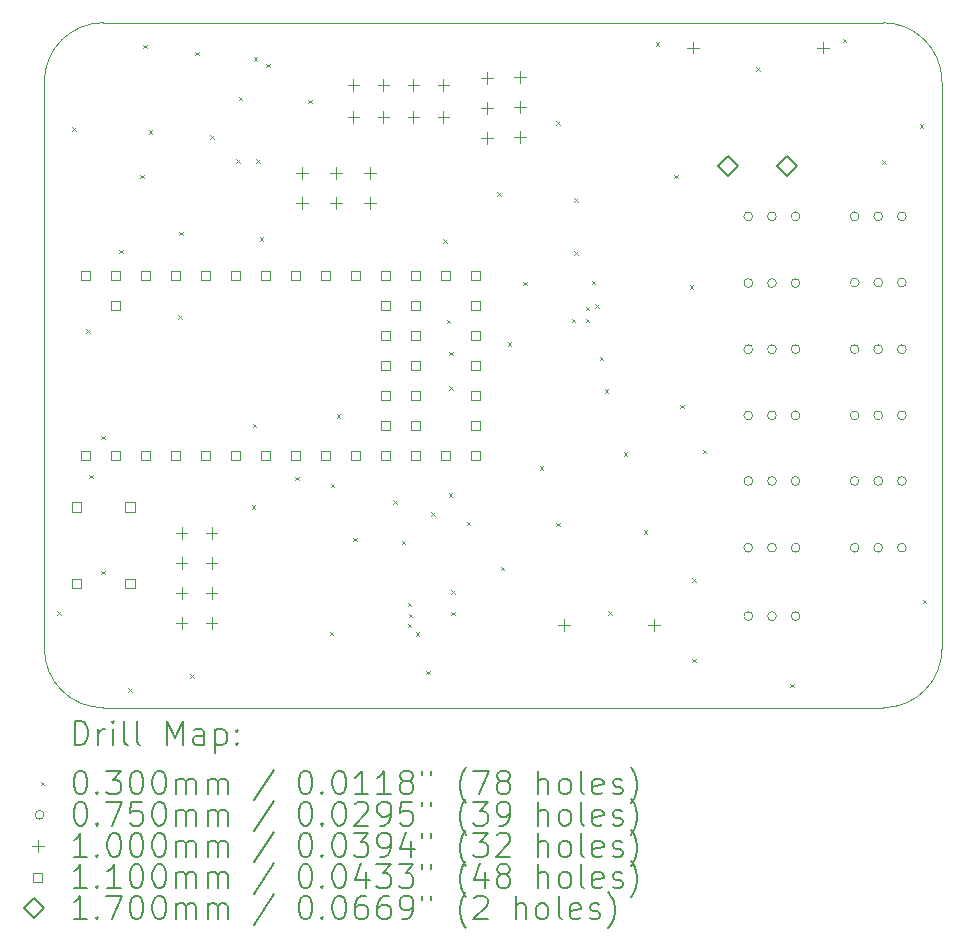
<source format=gbr>
%TF.GenerationSoftware,KiCad,Pcbnew,8.0.8*%
%TF.CreationDate,2025-01-20T15:00:30+07:00*%
%TF.ProjectId,Teensy4.0,5465656e-7379-4342-9e30-2e6b69636164,rev?*%
%TF.SameCoordinates,Original*%
%TF.FileFunction,Drillmap*%
%TF.FilePolarity,Positive*%
%FSLAX45Y45*%
G04 Gerber Fmt 4.5, Leading zero omitted, Abs format (unit mm)*
G04 Created by KiCad (PCBNEW 8.0.8) date 2025-01-20 15:00:30*
%MOMM*%
%LPD*%
G01*
G04 APERTURE LIST*
%ADD10C,0.050000*%
%ADD11C,0.200000*%
%ADD12C,0.100000*%
%ADD13C,0.110000*%
%ADD14C,0.170000*%
G04 APERTURE END LIST*
D10*
X10900000Y-12700000D02*
X17500000Y-12700000D01*
X18000000Y-12200000D02*
X18000000Y-7400000D01*
X17500000Y-6900000D02*
G75*
G02*
X18000000Y-7400000I0J-500000D01*
G01*
X10900000Y-6900000D02*
X17500000Y-6900000D01*
X10900000Y-12700000D02*
G75*
G02*
X10400000Y-12200000I0J500000D01*
G01*
X18000000Y-12200000D02*
G75*
G02*
X17500000Y-12700000I-500000J0D01*
G01*
X10400000Y-7400000D02*
G75*
G02*
X10900000Y-6900000I500000J0D01*
G01*
X10400000Y-7400000D02*
X10400000Y-12200000D01*
D11*
D12*
X10510000Y-11885000D02*
X10540000Y-11915000D01*
X10540000Y-11885000D02*
X10510000Y-11915000D01*
X10635000Y-7785000D02*
X10665000Y-7815000D01*
X10665000Y-7785000D02*
X10635000Y-7815000D01*
X10755000Y-9495000D02*
X10785000Y-9525000D01*
X10785000Y-9495000D02*
X10755000Y-9525000D01*
X10780000Y-10729200D02*
X10810000Y-10759200D01*
X10810000Y-10729200D02*
X10780000Y-10759200D01*
X10881600Y-10399000D02*
X10911600Y-10429000D01*
X10911600Y-10399000D02*
X10881600Y-10429000D01*
X10881600Y-11542000D02*
X10911600Y-11572000D01*
X10911600Y-11542000D02*
X10881600Y-11572000D01*
X11034000Y-8824200D02*
X11064000Y-8854200D01*
X11064000Y-8824200D02*
X11034000Y-8854200D01*
X11110000Y-12535000D02*
X11140000Y-12565000D01*
X11140000Y-12535000D02*
X11110000Y-12565000D01*
X11211800Y-8189200D02*
X11241800Y-8219200D01*
X11241800Y-8189200D02*
X11211800Y-8219200D01*
X11235000Y-7085000D02*
X11265000Y-7115000D01*
X11265000Y-7085000D02*
X11235000Y-7115000D01*
X11282372Y-7812372D02*
X11312372Y-7842372D01*
X11312372Y-7812372D02*
X11282372Y-7842372D01*
X11535000Y-9375000D02*
X11565000Y-9405000D01*
X11565000Y-9375000D02*
X11535000Y-9405000D01*
X11542000Y-8671800D02*
X11572000Y-8701800D01*
X11572000Y-8671800D02*
X11542000Y-8701800D01*
X11635000Y-12415000D02*
X11665000Y-12445000D01*
X11665000Y-12415000D02*
X11635000Y-12445000D01*
X11675000Y-7147500D02*
X11705000Y-7177500D01*
X11705000Y-7147500D02*
X11675000Y-7177500D01*
X11805000Y-7855000D02*
X11835000Y-7885000D01*
X11835000Y-7855000D02*
X11805000Y-7885000D01*
X12022372Y-8057500D02*
X12052372Y-8087500D01*
X12052372Y-8057500D02*
X12022372Y-8087500D01*
X12043689Y-7526311D02*
X12073689Y-7556311D01*
X12073689Y-7526311D02*
X12043689Y-7556311D01*
X12155000Y-10985000D02*
X12185000Y-11015000D01*
X12185000Y-10985000D02*
X12155000Y-11015000D01*
X12165000Y-10295000D02*
X12195000Y-10325000D01*
X12195000Y-10295000D02*
X12165000Y-10325000D01*
X12171400Y-7193000D02*
X12201400Y-7223000D01*
X12201400Y-7193000D02*
X12171400Y-7223000D01*
X12192372Y-8057500D02*
X12222372Y-8087500D01*
X12222372Y-8057500D02*
X12192372Y-8087500D01*
X12225000Y-8715000D02*
X12255000Y-8745000D01*
X12255000Y-8715000D02*
X12225000Y-8745000D01*
X12278600Y-7249400D02*
X12308600Y-7279400D01*
X12308600Y-7249400D02*
X12278600Y-7279400D01*
X12525000Y-10745000D02*
X12555000Y-10775000D01*
X12555000Y-10745000D02*
X12525000Y-10775000D01*
X12634200Y-7554200D02*
X12664200Y-7584200D01*
X12664200Y-7554200D02*
X12634200Y-7584200D01*
X12815000Y-12055000D02*
X12845000Y-12085000D01*
X12845000Y-12055000D02*
X12815000Y-12085000D01*
X12825000Y-10805000D02*
X12855000Y-10835000D01*
X12855000Y-10805000D02*
X12825000Y-10835000D01*
X12875000Y-10215000D02*
X12905000Y-10245000D01*
X12905000Y-10215000D02*
X12875000Y-10245000D01*
X13015200Y-11262600D02*
X13045200Y-11292600D01*
X13045200Y-11262600D02*
X13015200Y-11292600D01*
X13355000Y-10945000D02*
X13385000Y-10975000D01*
X13385000Y-10945000D02*
X13355000Y-10975000D01*
X13425000Y-11285000D02*
X13455000Y-11315000D01*
X13455000Y-11285000D02*
X13425000Y-11315000D01*
X13476250Y-11810000D02*
X13506250Y-11840000D01*
X13506250Y-11810000D02*
X13476250Y-11840000D01*
X13476250Y-11990000D02*
X13506250Y-12020000D01*
X13506250Y-11990000D02*
X13476250Y-12020000D01*
X13483125Y-11903125D02*
X13513125Y-11933125D01*
X13513125Y-11903125D02*
X13483125Y-11933125D01*
X13545050Y-12061200D02*
X13575050Y-12091200D01*
X13575050Y-12061200D02*
X13545050Y-12091200D01*
X13635000Y-12385000D02*
X13665000Y-12415000D01*
X13665000Y-12385000D02*
X13635000Y-12415000D01*
X13675600Y-11045000D02*
X13705600Y-11075000D01*
X13705600Y-11045000D02*
X13675600Y-11075000D01*
X13775000Y-8735000D02*
X13805000Y-8765000D01*
X13805000Y-8735000D02*
X13775000Y-8765000D01*
X13805000Y-9415000D02*
X13835000Y-9445000D01*
X13835000Y-9415000D02*
X13805000Y-9445000D01*
X13825000Y-10885000D02*
X13855000Y-10915000D01*
X13855000Y-10885000D02*
X13825000Y-10915000D01*
X13828000Y-9687800D02*
X13858000Y-9717800D01*
X13858000Y-9687800D02*
X13828000Y-9717800D01*
X13828000Y-9979900D02*
X13858000Y-10009900D01*
X13858000Y-9979900D02*
X13828000Y-10009900D01*
X13843750Y-11888100D02*
X13873750Y-11918100D01*
X13873750Y-11888100D02*
X13843750Y-11918100D01*
X13845000Y-11705000D02*
X13875000Y-11735000D01*
X13875000Y-11705000D02*
X13845000Y-11735000D01*
X13975000Y-11125000D02*
X14005000Y-11155000D01*
X14005000Y-11125000D02*
X13975000Y-11155000D01*
X14235000Y-8335000D02*
X14265000Y-8365000D01*
X14265000Y-8335000D02*
X14235000Y-8365000D01*
X14265000Y-11505000D02*
X14295000Y-11535000D01*
X14295000Y-11505000D02*
X14265000Y-11535000D01*
X14325000Y-9605000D02*
X14355000Y-9635000D01*
X14355000Y-9605000D02*
X14325000Y-9635000D01*
X14455000Y-9095000D02*
X14485000Y-9125000D01*
X14485000Y-9095000D02*
X14455000Y-9125000D01*
X14595000Y-10655000D02*
X14625000Y-10685000D01*
X14625000Y-10655000D02*
X14595000Y-10685000D01*
X14735000Y-7735000D02*
X14765000Y-7765000D01*
X14765000Y-7735000D02*
X14735000Y-7765000D01*
X14735000Y-11135000D02*
X14765000Y-11165000D01*
X14765000Y-11135000D02*
X14735000Y-11165000D01*
X14865000Y-9405000D02*
X14895000Y-9435000D01*
X14895000Y-9405000D02*
X14865000Y-9435000D01*
X14885000Y-8385000D02*
X14915000Y-8415000D01*
X14915000Y-8385000D02*
X14885000Y-8415000D01*
X14885000Y-8835000D02*
X14915000Y-8865000D01*
X14915000Y-8835000D02*
X14885000Y-8865000D01*
X14985000Y-9305000D02*
X15015000Y-9335000D01*
X15015000Y-9305000D02*
X14985000Y-9335000D01*
X14985000Y-9405000D02*
X15015000Y-9435000D01*
X15015000Y-9405000D02*
X14985000Y-9435000D01*
X15035000Y-9085000D02*
X15065000Y-9115000D01*
X15065000Y-9085000D02*
X15035000Y-9115000D01*
X15065000Y-9285000D02*
X15095000Y-9315000D01*
X15095000Y-9285000D02*
X15065000Y-9315000D01*
X15102800Y-9727200D02*
X15132800Y-9757200D01*
X15132800Y-9727200D02*
X15102800Y-9757200D01*
X15145000Y-10005000D02*
X15175000Y-10035000D01*
X15175000Y-10005000D02*
X15145000Y-10035000D01*
X15175000Y-11885000D02*
X15205000Y-11915000D01*
X15205000Y-11885000D02*
X15175000Y-11915000D01*
X15305000Y-10535000D02*
X15335000Y-10565000D01*
X15335000Y-10535000D02*
X15305000Y-10565000D01*
X15475000Y-11195000D02*
X15505000Y-11225000D01*
X15505000Y-11195000D02*
X15475000Y-11225000D01*
X15575000Y-7065000D02*
X15605000Y-7095000D01*
X15605000Y-7065000D02*
X15575000Y-7095000D01*
X15731171Y-8185572D02*
X15761171Y-8215572D01*
X15761171Y-8185572D02*
X15731171Y-8215572D01*
X15785000Y-10135000D02*
X15815000Y-10165000D01*
X15815000Y-10135000D02*
X15785000Y-10165000D01*
X15865000Y-9125000D02*
X15895000Y-9155000D01*
X15895000Y-9125000D02*
X15865000Y-9155000D01*
X15885000Y-11605000D02*
X15915000Y-11635000D01*
X15915000Y-11605000D02*
X15885000Y-11635000D01*
X15885000Y-12285000D02*
X15915000Y-12315000D01*
X15915000Y-12285000D02*
X15885000Y-12315000D01*
X15975000Y-10515000D02*
X16005000Y-10545000D01*
X16005000Y-10515000D02*
X15975000Y-10545000D01*
X16425000Y-7275000D02*
X16455000Y-7305000D01*
X16455000Y-7275000D02*
X16425000Y-7305000D01*
X16715000Y-12495000D02*
X16745000Y-12525000D01*
X16745000Y-12495000D02*
X16715000Y-12525000D01*
X17160000Y-7035000D02*
X17190000Y-7065000D01*
X17190000Y-7035000D02*
X17160000Y-7065000D01*
X17495000Y-8065000D02*
X17525000Y-8095000D01*
X17525000Y-8065000D02*
X17495000Y-8095000D01*
X17810000Y-7760000D02*
X17840000Y-7790000D01*
X17840000Y-7760000D02*
X17810000Y-7790000D01*
X17835000Y-11785000D02*
X17865000Y-11815000D01*
X17865000Y-11785000D02*
X17835000Y-11815000D01*
X16397500Y-8540000D02*
G75*
G02*
X16322500Y-8540000I-37500J0D01*
G01*
X16322500Y-8540000D02*
G75*
G02*
X16397500Y-8540000I37500J0D01*
G01*
X16397500Y-9105000D02*
G75*
G02*
X16322500Y-9105000I-37500J0D01*
G01*
X16322500Y-9105000D02*
G75*
G02*
X16397500Y-9105000I37500J0D01*
G01*
X16397500Y-9665000D02*
G75*
G02*
X16322500Y-9665000I-37500J0D01*
G01*
X16322500Y-9665000D02*
G75*
G02*
X16397500Y-9665000I37500J0D01*
G01*
X16397500Y-10225000D02*
G75*
G02*
X16322500Y-10225000I-37500J0D01*
G01*
X16322500Y-10225000D02*
G75*
G02*
X16397500Y-10225000I37500J0D01*
G01*
X16397500Y-10780000D02*
G75*
G02*
X16322500Y-10780000I-37500J0D01*
G01*
X16322500Y-10780000D02*
G75*
G02*
X16397500Y-10780000I37500J0D01*
G01*
X16397500Y-11345000D02*
G75*
G02*
X16322500Y-11345000I-37500J0D01*
G01*
X16322500Y-11345000D02*
G75*
G02*
X16397500Y-11345000I37500J0D01*
G01*
X16397500Y-11925000D02*
G75*
G02*
X16322500Y-11925000I-37500J0D01*
G01*
X16322500Y-11925000D02*
G75*
G02*
X16397500Y-11925000I37500J0D01*
G01*
X16597500Y-8540000D02*
G75*
G02*
X16522500Y-8540000I-37500J0D01*
G01*
X16522500Y-8540000D02*
G75*
G02*
X16597500Y-8540000I37500J0D01*
G01*
X16597500Y-9105000D02*
G75*
G02*
X16522500Y-9105000I-37500J0D01*
G01*
X16522500Y-9105000D02*
G75*
G02*
X16597500Y-9105000I37500J0D01*
G01*
X16597500Y-9665000D02*
G75*
G02*
X16522500Y-9665000I-37500J0D01*
G01*
X16522500Y-9665000D02*
G75*
G02*
X16597500Y-9665000I37500J0D01*
G01*
X16597500Y-10225000D02*
G75*
G02*
X16522500Y-10225000I-37500J0D01*
G01*
X16522500Y-10225000D02*
G75*
G02*
X16597500Y-10225000I37500J0D01*
G01*
X16597500Y-10780000D02*
G75*
G02*
X16522500Y-10780000I-37500J0D01*
G01*
X16522500Y-10780000D02*
G75*
G02*
X16597500Y-10780000I37500J0D01*
G01*
X16597500Y-11345000D02*
G75*
G02*
X16522500Y-11345000I-37500J0D01*
G01*
X16522500Y-11345000D02*
G75*
G02*
X16597500Y-11345000I37500J0D01*
G01*
X16597500Y-11925000D02*
G75*
G02*
X16522500Y-11925000I-37500J0D01*
G01*
X16522500Y-11925000D02*
G75*
G02*
X16597500Y-11925000I37500J0D01*
G01*
X16797500Y-8540000D02*
G75*
G02*
X16722500Y-8540000I-37500J0D01*
G01*
X16722500Y-8540000D02*
G75*
G02*
X16797500Y-8540000I37500J0D01*
G01*
X16797500Y-9105000D02*
G75*
G02*
X16722500Y-9105000I-37500J0D01*
G01*
X16722500Y-9105000D02*
G75*
G02*
X16797500Y-9105000I37500J0D01*
G01*
X16797500Y-9665000D02*
G75*
G02*
X16722500Y-9665000I-37500J0D01*
G01*
X16722500Y-9665000D02*
G75*
G02*
X16797500Y-9665000I37500J0D01*
G01*
X16797500Y-10225000D02*
G75*
G02*
X16722500Y-10225000I-37500J0D01*
G01*
X16722500Y-10225000D02*
G75*
G02*
X16797500Y-10225000I37500J0D01*
G01*
X16797500Y-10780000D02*
G75*
G02*
X16722500Y-10780000I-37500J0D01*
G01*
X16722500Y-10780000D02*
G75*
G02*
X16797500Y-10780000I37500J0D01*
G01*
X16797500Y-11345000D02*
G75*
G02*
X16722500Y-11345000I-37500J0D01*
G01*
X16722500Y-11345000D02*
G75*
G02*
X16797500Y-11345000I37500J0D01*
G01*
X16797500Y-11925000D02*
G75*
G02*
X16722500Y-11925000I-37500J0D01*
G01*
X16722500Y-11925000D02*
G75*
G02*
X16797500Y-11925000I37500J0D01*
G01*
X17297500Y-8540000D02*
G75*
G02*
X17222500Y-8540000I-37500J0D01*
G01*
X17222500Y-8540000D02*
G75*
G02*
X17297500Y-8540000I37500J0D01*
G01*
X17297500Y-9100000D02*
G75*
G02*
X17222500Y-9100000I-37500J0D01*
G01*
X17222500Y-9100000D02*
G75*
G02*
X17297500Y-9100000I37500J0D01*
G01*
X17297500Y-9665000D02*
G75*
G02*
X17222500Y-9665000I-37500J0D01*
G01*
X17222500Y-9665000D02*
G75*
G02*
X17297500Y-9665000I37500J0D01*
G01*
X17297500Y-10225000D02*
G75*
G02*
X17222500Y-10225000I-37500J0D01*
G01*
X17222500Y-10225000D02*
G75*
G02*
X17297500Y-10225000I37500J0D01*
G01*
X17297500Y-10780000D02*
G75*
G02*
X17222500Y-10780000I-37500J0D01*
G01*
X17222500Y-10780000D02*
G75*
G02*
X17297500Y-10780000I37500J0D01*
G01*
X17297500Y-11345000D02*
G75*
G02*
X17222500Y-11345000I-37500J0D01*
G01*
X17222500Y-11345000D02*
G75*
G02*
X17297500Y-11345000I37500J0D01*
G01*
X17497500Y-8540000D02*
G75*
G02*
X17422500Y-8540000I-37500J0D01*
G01*
X17422500Y-8540000D02*
G75*
G02*
X17497500Y-8540000I37500J0D01*
G01*
X17497500Y-9100000D02*
G75*
G02*
X17422500Y-9100000I-37500J0D01*
G01*
X17422500Y-9100000D02*
G75*
G02*
X17497500Y-9100000I37500J0D01*
G01*
X17497500Y-9665000D02*
G75*
G02*
X17422500Y-9665000I-37500J0D01*
G01*
X17422500Y-9665000D02*
G75*
G02*
X17497500Y-9665000I37500J0D01*
G01*
X17497500Y-10225000D02*
G75*
G02*
X17422500Y-10225000I-37500J0D01*
G01*
X17422500Y-10225000D02*
G75*
G02*
X17497500Y-10225000I37500J0D01*
G01*
X17497500Y-10780000D02*
G75*
G02*
X17422500Y-10780000I-37500J0D01*
G01*
X17422500Y-10780000D02*
G75*
G02*
X17497500Y-10780000I37500J0D01*
G01*
X17497500Y-11345000D02*
G75*
G02*
X17422500Y-11345000I-37500J0D01*
G01*
X17422500Y-11345000D02*
G75*
G02*
X17497500Y-11345000I37500J0D01*
G01*
X17697500Y-8540000D02*
G75*
G02*
X17622500Y-8540000I-37500J0D01*
G01*
X17622500Y-8540000D02*
G75*
G02*
X17697500Y-8540000I37500J0D01*
G01*
X17697500Y-9100000D02*
G75*
G02*
X17622500Y-9100000I-37500J0D01*
G01*
X17622500Y-9100000D02*
G75*
G02*
X17697500Y-9100000I37500J0D01*
G01*
X17697500Y-9665000D02*
G75*
G02*
X17622500Y-9665000I-37500J0D01*
G01*
X17622500Y-9665000D02*
G75*
G02*
X17697500Y-9665000I37500J0D01*
G01*
X17697500Y-10225000D02*
G75*
G02*
X17622500Y-10225000I-37500J0D01*
G01*
X17622500Y-10225000D02*
G75*
G02*
X17697500Y-10225000I37500J0D01*
G01*
X17697500Y-10780000D02*
G75*
G02*
X17622500Y-10780000I-37500J0D01*
G01*
X17622500Y-10780000D02*
G75*
G02*
X17697500Y-10780000I37500J0D01*
G01*
X17697500Y-11345000D02*
G75*
G02*
X17622500Y-11345000I-37500J0D01*
G01*
X17622500Y-11345000D02*
G75*
G02*
X17697500Y-11345000I37500J0D01*
G01*
X11561050Y-11167500D02*
X11561050Y-11267500D01*
X11511050Y-11217500D02*
X11611050Y-11217500D01*
X11561050Y-11421500D02*
X11561050Y-11521500D01*
X11511050Y-11471500D02*
X11611050Y-11471500D01*
X11561050Y-11675500D02*
X11561050Y-11775500D01*
X11511050Y-11725500D02*
X11611050Y-11725500D01*
X11561050Y-11929500D02*
X11561050Y-12029500D01*
X11511050Y-11979500D02*
X11611050Y-11979500D01*
X11815050Y-11167500D02*
X11815050Y-11267500D01*
X11765050Y-11217500D02*
X11865050Y-11217500D01*
X11815050Y-11421500D02*
X11815050Y-11521500D01*
X11765050Y-11471500D02*
X11865050Y-11471500D01*
X11815050Y-11675500D02*
X11815050Y-11775500D01*
X11765050Y-11725500D02*
X11865050Y-11725500D01*
X11815050Y-11929500D02*
X11815050Y-12029500D01*
X11765050Y-11979500D02*
X11865050Y-11979500D01*
X12580000Y-8126000D02*
X12580000Y-8226000D01*
X12530000Y-8176000D02*
X12630000Y-8176000D01*
X12580000Y-8380000D02*
X12580000Y-8480000D01*
X12530000Y-8430000D02*
X12630000Y-8430000D01*
X12870000Y-8126000D02*
X12870000Y-8226000D01*
X12820000Y-8176000D02*
X12920000Y-8176000D01*
X12870000Y-8380000D02*
X12870000Y-8480000D01*
X12820000Y-8430000D02*
X12920000Y-8430000D01*
X13017000Y-7375000D02*
X13017000Y-7475000D01*
X12967000Y-7425000D02*
X13067000Y-7425000D01*
X13017000Y-7650000D02*
X13017000Y-7750000D01*
X12967000Y-7700000D02*
X13067000Y-7700000D01*
X13160000Y-8123500D02*
X13160000Y-8223500D01*
X13110000Y-8173500D02*
X13210000Y-8173500D01*
X13160000Y-8377500D02*
X13160000Y-8477500D01*
X13110000Y-8427500D02*
X13210000Y-8427500D01*
X13271000Y-7375000D02*
X13271000Y-7475000D01*
X13221000Y-7425000D02*
X13321000Y-7425000D01*
X13271000Y-7650000D02*
X13271000Y-7750000D01*
X13221000Y-7700000D02*
X13321000Y-7700000D01*
X13525000Y-7375000D02*
X13525000Y-7475000D01*
X13475000Y-7425000D02*
X13575000Y-7425000D01*
X13525000Y-7650000D02*
X13525000Y-7750000D01*
X13475000Y-7700000D02*
X13575000Y-7700000D01*
X13779000Y-7375000D02*
X13779000Y-7475000D01*
X13729000Y-7425000D02*
X13829000Y-7425000D01*
X13779000Y-7650000D02*
X13779000Y-7750000D01*
X13729000Y-7700000D02*
X13829000Y-7700000D01*
X14150000Y-7317000D02*
X14150000Y-7417000D01*
X14100000Y-7367000D02*
X14200000Y-7367000D01*
X14150000Y-7571000D02*
X14150000Y-7671000D01*
X14100000Y-7621000D02*
X14200000Y-7621000D01*
X14150000Y-7825000D02*
X14150000Y-7925000D01*
X14100000Y-7875000D02*
X14200000Y-7875000D01*
X14425000Y-7313000D02*
X14425000Y-7413000D01*
X14375000Y-7363000D02*
X14475000Y-7363000D01*
X14425000Y-7567000D02*
X14425000Y-7667000D01*
X14375000Y-7617000D02*
X14475000Y-7617000D01*
X14425000Y-7821000D02*
X14425000Y-7921000D01*
X14375000Y-7871000D02*
X14475000Y-7871000D01*
X14800000Y-11950000D02*
X14800000Y-12050000D01*
X14750000Y-12000000D02*
X14850000Y-12000000D01*
X15560000Y-11950000D02*
X15560000Y-12050000D01*
X15510000Y-12000000D02*
X15610000Y-12000000D01*
X15890000Y-7060575D02*
X15890000Y-7160575D01*
X15840000Y-7110575D02*
X15940000Y-7110575D01*
X16990000Y-7060575D02*
X16990000Y-7160575D01*
X16940000Y-7110575D02*
X17040000Y-7110575D01*
D13*
X10713891Y-11038891D02*
X10713891Y-10961109D01*
X10636109Y-10961109D01*
X10636109Y-11038891D01*
X10713891Y-11038891D01*
X10713891Y-11688891D02*
X10713891Y-11611109D01*
X10636109Y-11611109D01*
X10636109Y-11688891D01*
X10713891Y-11688891D01*
X10787891Y-9076891D02*
X10787891Y-8999109D01*
X10710109Y-8999109D01*
X10710109Y-9076891D01*
X10787891Y-9076891D01*
X10787891Y-10600891D02*
X10787891Y-10523109D01*
X10710109Y-10523109D01*
X10710109Y-10600891D01*
X10787891Y-10600891D01*
X11041891Y-9076891D02*
X11041891Y-8999109D01*
X10964109Y-8999109D01*
X10964109Y-9076891D01*
X11041891Y-9076891D01*
X11041891Y-9330891D02*
X11041891Y-9253109D01*
X10964109Y-9253109D01*
X10964109Y-9330891D01*
X11041891Y-9330891D01*
X11041891Y-10600891D02*
X11041891Y-10523109D01*
X10964109Y-10523109D01*
X10964109Y-10600891D01*
X11041891Y-10600891D01*
X11163891Y-11038891D02*
X11163891Y-10961109D01*
X11086109Y-10961109D01*
X11086109Y-11038891D01*
X11163891Y-11038891D01*
X11163891Y-11688891D02*
X11163891Y-11611109D01*
X11086109Y-11611109D01*
X11086109Y-11688891D01*
X11163891Y-11688891D01*
X11295891Y-9076891D02*
X11295891Y-8999109D01*
X11218109Y-8999109D01*
X11218109Y-9076891D01*
X11295891Y-9076891D01*
X11295891Y-10600891D02*
X11295891Y-10523109D01*
X11218109Y-10523109D01*
X11218109Y-10600891D01*
X11295891Y-10600891D01*
X11549891Y-9076891D02*
X11549891Y-8999109D01*
X11472109Y-8999109D01*
X11472109Y-9076891D01*
X11549891Y-9076891D01*
X11549891Y-10600891D02*
X11549891Y-10523109D01*
X11472109Y-10523109D01*
X11472109Y-10600891D01*
X11549891Y-10600891D01*
X11803891Y-9076891D02*
X11803891Y-8999109D01*
X11726109Y-8999109D01*
X11726109Y-9076891D01*
X11803891Y-9076891D01*
X11803891Y-10600891D02*
X11803891Y-10523109D01*
X11726109Y-10523109D01*
X11726109Y-10600891D01*
X11803891Y-10600891D01*
X12057891Y-9076891D02*
X12057891Y-8999109D01*
X11980109Y-8999109D01*
X11980109Y-9076891D01*
X12057891Y-9076891D01*
X12057891Y-10600891D02*
X12057891Y-10523109D01*
X11980109Y-10523109D01*
X11980109Y-10600891D01*
X12057891Y-10600891D01*
X12311891Y-9076891D02*
X12311891Y-8999109D01*
X12234109Y-8999109D01*
X12234109Y-9076891D01*
X12311891Y-9076891D01*
X12311891Y-10600891D02*
X12311891Y-10523109D01*
X12234109Y-10523109D01*
X12234109Y-10600891D01*
X12311891Y-10600891D01*
X12565891Y-9076891D02*
X12565891Y-8999109D01*
X12488109Y-8999109D01*
X12488109Y-9076891D01*
X12565891Y-9076891D01*
X12565891Y-10600891D02*
X12565891Y-10523109D01*
X12488109Y-10523109D01*
X12488109Y-10600891D01*
X12565891Y-10600891D01*
X12819891Y-9076891D02*
X12819891Y-8999109D01*
X12742109Y-8999109D01*
X12742109Y-9076891D01*
X12819891Y-9076891D01*
X12819891Y-10600891D02*
X12819891Y-10523109D01*
X12742109Y-10523109D01*
X12742109Y-10600891D01*
X12819891Y-10600891D01*
X13073891Y-9076891D02*
X13073891Y-8999109D01*
X12996109Y-8999109D01*
X12996109Y-9076891D01*
X13073891Y-9076891D01*
X13073891Y-10600891D02*
X13073891Y-10523109D01*
X12996109Y-10523109D01*
X12996109Y-10600891D01*
X13073891Y-10600891D01*
X13327891Y-9076891D02*
X13327891Y-8999109D01*
X13250109Y-8999109D01*
X13250109Y-9076891D01*
X13327891Y-9076891D01*
X13327891Y-9330891D02*
X13327891Y-9253109D01*
X13250109Y-9253109D01*
X13250109Y-9330891D01*
X13327891Y-9330891D01*
X13327891Y-9584891D02*
X13327891Y-9507109D01*
X13250109Y-9507109D01*
X13250109Y-9584891D01*
X13327891Y-9584891D01*
X13327891Y-9838891D02*
X13327891Y-9761109D01*
X13250109Y-9761109D01*
X13250109Y-9838891D01*
X13327891Y-9838891D01*
X13327891Y-10092891D02*
X13327891Y-10015109D01*
X13250109Y-10015109D01*
X13250109Y-10092891D01*
X13327891Y-10092891D01*
X13327891Y-10346891D02*
X13327891Y-10269109D01*
X13250109Y-10269109D01*
X13250109Y-10346891D01*
X13327891Y-10346891D01*
X13327891Y-10600891D02*
X13327891Y-10523109D01*
X13250109Y-10523109D01*
X13250109Y-10600891D01*
X13327891Y-10600891D01*
X13581891Y-9076891D02*
X13581891Y-8999109D01*
X13504109Y-8999109D01*
X13504109Y-9076891D01*
X13581891Y-9076891D01*
X13581891Y-9330891D02*
X13581891Y-9253109D01*
X13504109Y-9253109D01*
X13504109Y-9330891D01*
X13581891Y-9330891D01*
X13581891Y-9584891D02*
X13581891Y-9507109D01*
X13504109Y-9507109D01*
X13504109Y-9584891D01*
X13581891Y-9584891D01*
X13581891Y-9838891D02*
X13581891Y-9761109D01*
X13504109Y-9761109D01*
X13504109Y-9838891D01*
X13581891Y-9838891D01*
X13581891Y-10092891D02*
X13581891Y-10015109D01*
X13504109Y-10015109D01*
X13504109Y-10092891D01*
X13581891Y-10092891D01*
X13581891Y-10346891D02*
X13581891Y-10269109D01*
X13504109Y-10269109D01*
X13504109Y-10346891D01*
X13581891Y-10346891D01*
X13581891Y-10600891D02*
X13581891Y-10523109D01*
X13504109Y-10523109D01*
X13504109Y-10600891D01*
X13581891Y-10600891D01*
X13835891Y-9076891D02*
X13835891Y-8999109D01*
X13758109Y-8999109D01*
X13758109Y-9076891D01*
X13835891Y-9076891D01*
X13835891Y-10600891D02*
X13835891Y-10523109D01*
X13758109Y-10523109D01*
X13758109Y-10600891D01*
X13835891Y-10600891D01*
X14089891Y-9076891D02*
X14089891Y-8999109D01*
X14012109Y-8999109D01*
X14012109Y-9076891D01*
X14089891Y-9076891D01*
X14089891Y-9330891D02*
X14089891Y-9253109D01*
X14012109Y-9253109D01*
X14012109Y-9330891D01*
X14089891Y-9330891D01*
X14089891Y-9584891D02*
X14089891Y-9507109D01*
X14012109Y-9507109D01*
X14012109Y-9584891D01*
X14089891Y-9584891D01*
X14089891Y-9838891D02*
X14089891Y-9761109D01*
X14012109Y-9761109D01*
X14012109Y-9838891D01*
X14089891Y-9838891D01*
X14089891Y-10092891D02*
X14089891Y-10015109D01*
X14012109Y-10015109D01*
X14012109Y-10092891D01*
X14089891Y-10092891D01*
X14089891Y-10346891D02*
X14089891Y-10269109D01*
X14012109Y-10269109D01*
X14012109Y-10346891D01*
X14089891Y-10346891D01*
X14089891Y-10600891D02*
X14089891Y-10523109D01*
X14012109Y-10523109D01*
X14012109Y-10600891D01*
X14089891Y-10600891D01*
D14*
X16190000Y-8195575D02*
X16275000Y-8110575D01*
X16190000Y-8025575D01*
X16105000Y-8110575D01*
X16190000Y-8195575D01*
X16690000Y-8195575D02*
X16775000Y-8110575D01*
X16690000Y-8025575D01*
X16605000Y-8110575D01*
X16690000Y-8195575D01*
D11*
X10658277Y-13013984D02*
X10658277Y-12813984D01*
X10658277Y-12813984D02*
X10705896Y-12813984D01*
X10705896Y-12813984D02*
X10734467Y-12823508D01*
X10734467Y-12823508D02*
X10753515Y-12842555D01*
X10753515Y-12842555D02*
X10763039Y-12861603D01*
X10763039Y-12861603D02*
X10772563Y-12899698D01*
X10772563Y-12899698D02*
X10772563Y-12928269D01*
X10772563Y-12928269D02*
X10763039Y-12966365D01*
X10763039Y-12966365D02*
X10753515Y-12985412D01*
X10753515Y-12985412D02*
X10734467Y-13004460D01*
X10734467Y-13004460D02*
X10705896Y-13013984D01*
X10705896Y-13013984D02*
X10658277Y-13013984D01*
X10858277Y-13013984D02*
X10858277Y-12880650D01*
X10858277Y-12918746D02*
X10867801Y-12899698D01*
X10867801Y-12899698D02*
X10877324Y-12890174D01*
X10877324Y-12890174D02*
X10896372Y-12880650D01*
X10896372Y-12880650D02*
X10915420Y-12880650D01*
X10982086Y-13013984D02*
X10982086Y-12880650D01*
X10982086Y-12813984D02*
X10972563Y-12823508D01*
X10972563Y-12823508D02*
X10982086Y-12833031D01*
X10982086Y-12833031D02*
X10991610Y-12823508D01*
X10991610Y-12823508D02*
X10982086Y-12813984D01*
X10982086Y-12813984D02*
X10982086Y-12833031D01*
X11105896Y-13013984D02*
X11086848Y-13004460D01*
X11086848Y-13004460D02*
X11077324Y-12985412D01*
X11077324Y-12985412D02*
X11077324Y-12813984D01*
X11210658Y-13013984D02*
X11191610Y-13004460D01*
X11191610Y-13004460D02*
X11182086Y-12985412D01*
X11182086Y-12985412D02*
X11182086Y-12813984D01*
X11439229Y-13013984D02*
X11439229Y-12813984D01*
X11439229Y-12813984D02*
X11505896Y-12956841D01*
X11505896Y-12956841D02*
X11572562Y-12813984D01*
X11572562Y-12813984D02*
X11572562Y-13013984D01*
X11753515Y-13013984D02*
X11753515Y-12909222D01*
X11753515Y-12909222D02*
X11743991Y-12890174D01*
X11743991Y-12890174D02*
X11724943Y-12880650D01*
X11724943Y-12880650D02*
X11686848Y-12880650D01*
X11686848Y-12880650D02*
X11667801Y-12890174D01*
X11753515Y-13004460D02*
X11734467Y-13013984D01*
X11734467Y-13013984D02*
X11686848Y-13013984D01*
X11686848Y-13013984D02*
X11667801Y-13004460D01*
X11667801Y-13004460D02*
X11658277Y-12985412D01*
X11658277Y-12985412D02*
X11658277Y-12966365D01*
X11658277Y-12966365D02*
X11667801Y-12947317D01*
X11667801Y-12947317D02*
X11686848Y-12937793D01*
X11686848Y-12937793D02*
X11734467Y-12937793D01*
X11734467Y-12937793D02*
X11753515Y-12928269D01*
X11848753Y-12880650D02*
X11848753Y-13080650D01*
X11848753Y-12890174D02*
X11867801Y-12880650D01*
X11867801Y-12880650D02*
X11905896Y-12880650D01*
X11905896Y-12880650D02*
X11924943Y-12890174D01*
X11924943Y-12890174D02*
X11934467Y-12899698D01*
X11934467Y-12899698D02*
X11943991Y-12918746D01*
X11943991Y-12918746D02*
X11943991Y-12975888D01*
X11943991Y-12975888D02*
X11934467Y-12994936D01*
X11934467Y-12994936D02*
X11924943Y-13004460D01*
X11924943Y-13004460D02*
X11905896Y-13013984D01*
X11905896Y-13013984D02*
X11867801Y-13013984D01*
X11867801Y-13013984D02*
X11848753Y-13004460D01*
X12029705Y-12994936D02*
X12039229Y-13004460D01*
X12039229Y-13004460D02*
X12029705Y-13013984D01*
X12029705Y-13013984D02*
X12020182Y-13004460D01*
X12020182Y-13004460D02*
X12029705Y-12994936D01*
X12029705Y-12994936D02*
X12029705Y-13013984D01*
X12029705Y-12890174D02*
X12039229Y-12899698D01*
X12039229Y-12899698D02*
X12029705Y-12909222D01*
X12029705Y-12909222D02*
X12020182Y-12899698D01*
X12020182Y-12899698D02*
X12029705Y-12890174D01*
X12029705Y-12890174D02*
X12029705Y-12909222D01*
D12*
X10367500Y-13327500D02*
X10397500Y-13357500D01*
X10397500Y-13327500D02*
X10367500Y-13357500D01*
D11*
X10696372Y-13233984D02*
X10715420Y-13233984D01*
X10715420Y-13233984D02*
X10734467Y-13243508D01*
X10734467Y-13243508D02*
X10743991Y-13253031D01*
X10743991Y-13253031D02*
X10753515Y-13272079D01*
X10753515Y-13272079D02*
X10763039Y-13310174D01*
X10763039Y-13310174D02*
X10763039Y-13357793D01*
X10763039Y-13357793D02*
X10753515Y-13395888D01*
X10753515Y-13395888D02*
X10743991Y-13414936D01*
X10743991Y-13414936D02*
X10734467Y-13424460D01*
X10734467Y-13424460D02*
X10715420Y-13433984D01*
X10715420Y-13433984D02*
X10696372Y-13433984D01*
X10696372Y-13433984D02*
X10677324Y-13424460D01*
X10677324Y-13424460D02*
X10667801Y-13414936D01*
X10667801Y-13414936D02*
X10658277Y-13395888D01*
X10658277Y-13395888D02*
X10648753Y-13357793D01*
X10648753Y-13357793D02*
X10648753Y-13310174D01*
X10648753Y-13310174D02*
X10658277Y-13272079D01*
X10658277Y-13272079D02*
X10667801Y-13253031D01*
X10667801Y-13253031D02*
X10677324Y-13243508D01*
X10677324Y-13243508D02*
X10696372Y-13233984D01*
X10848753Y-13414936D02*
X10858277Y-13424460D01*
X10858277Y-13424460D02*
X10848753Y-13433984D01*
X10848753Y-13433984D02*
X10839229Y-13424460D01*
X10839229Y-13424460D02*
X10848753Y-13414936D01*
X10848753Y-13414936D02*
X10848753Y-13433984D01*
X10924944Y-13233984D02*
X11048753Y-13233984D01*
X11048753Y-13233984D02*
X10982086Y-13310174D01*
X10982086Y-13310174D02*
X11010658Y-13310174D01*
X11010658Y-13310174D02*
X11029705Y-13319698D01*
X11029705Y-13319698D02*
X11039229Y-13329222D01*
X11039229Y-13329222D02*
X11048753Y-13348269D01*
X11048753Y-13348269D02*
X11048753Y-13395888D01*
X11048753Y-13395888D02*
X11039229Y-13414936D01*
X11039229Y-13414936D02*
X11029705Y-13424460D01*
X11029705Y-13424460D02*
X11010658Y-13433984D01*
X11010658Y-13433984D02*
X10953515Y-13433984D01*
X10953515Y-13433984D02*
X10934467Y-13424460D01*
X10934467Y-13424460D02*
X10924944Y-13414936D01*
X11172563Y-13233984D02*
X11191610Y-13233984D01*
X11191610Y-13233984D02*
X11210658Y-13243508D01*
X11210658Y-13243508D02*
X11220182Y-13253031D01*
X11220182Y-13253031D02*
X11229705Y-13272079D01*
X11229705Y-13272079D02*
X11239229Y-13310174D01*
X11239229Y-13310174D02*
X11239229Y-13357793D01*
X11239229Y-13357793D02*
X11229705Y-13395888D01*
X11229705Y-13395888D02*
X11220182Y-13414936D01*
X11220182Y-13414936D02*
X11210658Y-13424460D01*
X11210658Y-13424460D02*
X11191610Y-13433984D01*
X11191610Y-13433984D02*
X11172563Y-13433984D01*
X11172563Y-13433984D02*
X11153515Y-13424460D01*
X11153515Y-13424460D02*
X11143991Y-13414936D01*
X11143991Y-13414936D02*
X11134467Y-13395888D01*
X11134467Y-13395888D02*
X11124944Y-13357793D01*
X11124944Y-13357793D02*
X11124944Y-13310174D01*
X11124944Y-13310174D02*
X11134467Y-13272079D01*
X11134467Y-13272079D02*
X11143991Y-13253031D01*
X11143991Y-13253031D02*
X11153515Y-13243508D01*
X11153515Y-13243508D02*
X11172563Y-13233984D01*
X11363039Y-13233984D02*
X11382086Y-13233984D01*
X11382086Y-13233984D02*
X11401134Y-13243508D01*
X11401134Y-13243508D02*
X11410658Y-13253031D01*
X11410658Y-13253031D02*
X11420182Y-13272079D01*
X11420182Y-13272079D02*
X11429705Y-13310174D01*
X11429705Y-13310174D02*
X11429705Y-13357793D01*
X11429705Y-13357793D02*
X11420182Y-13395888D01*
X11420182Y-13395888D02*
X11410658Y-13414936D01*
X11410658Y-13414936D02*
X11401134Y-13424460D01*
X11401134Y-13424460D02*
X11382086Y-13433984D01*
X11382086Y-13433984D02*
X11363039Y-13433984D01*
X11363039Y-13433984D02*
X11343991Y-13424460D01*
X11343991Y-13424460D02*
X11334467Y-13414936D01*
X11334467Y-13414936D02*
X11324943Y-13395888D01*
X11324943Y-13395888D02*
X11315420Y-13357793D01*
X11315420Y-13357793D02*
X11315420Y-13310174D01*
X11315420Y-13310174D02*
X11324943Y-13272079D01*
X11324943Y-13272079D02*
X11334467Y-13253031D01*
X11334467Y-13253031D02*
X11343991Y-13243508D01*
X11343991Y-13243508D02*
X11363039Y-13233984D01*
X11515420Y-13433984D02*
X11515420Y-13300650D01*
X11515420Y-13319698D02*
X11524943Y-13310174D01*
X11524943Y-13310174D02*
X11543991Y-13300650D01*
X11543991Y-13300650D02*
X11572563Y-13300650D01*
X11572563Y-13300650D02*
X11591610Y-13310174D01*
X11591610Y-13310174D02*
X11601134Y-13329222D01*
X11601134Y-13329222D02*
X11601134Y-13433984D01*
X11601134Y-13329222D02*
X11610658Y-13310174D01*
X11610658Y-13310174D02*
X11629705Y-13300650D01*
X11629705Y-13300650D02*
X11658277Y-13300650D01*
X11658277Y-13300650D02*
X11677324Y-13310174D01*
X11677324Y-13310174D02*
X11686848Y-13329222D01*
X11686848Y-13329222D02*
X11686848Y-13433984D01*
X11782086Y-13433984D02*
X11782086Y-13300650D01*
X11782086Y-13319698D02*
X11791610Y-13310174D01*
X11791610Y-13310174D02*
X11810658Y-13300650D01*
X11810658Y-13300650D02*
X11839229Y-13300650D01*
X11839229Y-13300650D02*
X11858277Y-13310174D01*
X11858277Y-13310174D02*
X11867801Y-13329222D01*
X11867801Y-13329222D02*
X11867801Y-13433984D01*
X11867801Y-13329222D02*
X11877324Y-13310174D01*
X11877324Y-13310174D02*
X11896372Y-13300650D01*
X11896372Y-13300650D02*
X11924943Y-13300650D01*
X11924943Y-13300650D02*
X11943991Y-13310174D01*
X11943991Y-13310174D02*
X11953515Y-13329222D01*
X11953515Y-13329222D02*
X11953515Y-13433984D01*
X12343991Y-13224460D02*
X12172563Y-13481603D01*
X12601134Y-13233984D02*
X12620182Y-13233984D01*
X12620182Y-13233984D02*
X12639229Y-13243508D01*
X12639229Y-13243508D02*
X12648753Y-13253031D01*
X12648753Y-13253031D02*
X12658277Y-13272079D01*
X12658277Y-13272079D02*
X12667801Y-13310174D01*
X12667801Y-13310174D02*
X12667801Y-13357793D01*
X12667801Y-13357793D02*
X12658277Y-13395888D01*
X12658277Y-13395888D02*
X12648753Y-13414936D01*
X12648753Y-13414936D02*
X12639229Y-13424460D01*
X12639229Y-13424460D02*
X12620182Y-13433984D01*
X12620182Y-13433984D02*
X12601134Y-13433984D01*
X12601134Y-13433984D02*
X12582086Y-13424460D01*
X12582086Y-13424460D02*
X12572563Y-13414936D01*
X12572563Y-13414936D02*
X12563039Y-13395888D01*
X12563039Y-13395888D02*
X12553515Y-13357793D01*
X12553515Y-13357793D02*
X12553515Y-13310174D01*
X12553515Y-13310174D02*
X12563039Y-13272079D01*
X12563039Y-13272079D02*
X12572563Y-13253031D01*
X12572563Y-13253031D02*
X12582086Y-13243508D01*
X12582086Y-13243508D02*
X12601134Y-13233984D01*
X12753515Y-13414936D02*
X12763039Y-13424460D01*
X12763039Y-13424460D02*
X12753515Y-13433984D01*
X12753515Y-13433984D02*
X12743991Y-13424460D01*
X12743991Y-13424460D02*
X12753515Y-13414936D01*
X12753515Y-13414936D02*
X12753515Y-13433984D01*
X12886848Y-13233984D02*
X12905896Y-13233984D01*
X12905896Y-13233984D02*
X12924944Y-13243508D01*
X12924944Y-13243508D02*
X12934467Y-13253031D01*
X12934467Y-13253031D02*
X12943991Y-13272079D01*
X12943991Y-13272079D02*
X12953515Y-13310174D01*
X12953515Y-13310174D02*
X12953515Y-13357793D01*
X12953515Y-13357793D02*
X12943991Y-13395888D01*
X12943991Y-13395888D02*
X12934467Y-13414936D01*
X12934467Y-13414936D02*
X12924944Y-13424460D01*
X12924944Y-13424460D02*
X12905896Y-13433984D01*
X12905896Y-13433984D02*
X12886848Y-13433984D01*
X12886848Y-13433984D02*
X12867801Y-13424460D01*
X12867801Y-13424460D02*
X12858277Y-13414936D01*
X12858277Y-13414936D02*
X12848753Y-13395888D01*
X12848753Y-13395888D02*
X12839229Y-13357793D01*
X12839229Y-13357793D02*
X12839229Y-13310174D01*
X12839229Y-13310174D02*
X12848753Y-13272079D01*
X12848753Y-13272079D02*
X12858277Y-13253031D01*
X12858277Y-13253031D02*
X12867801Y-13243508D01*
X12867801Y-13243508D02*
X12886848Y-13233984D01*
X13143991Y-13433984D02*
X13029706Y-13433984D01*
X13086848Y-13433984D02*
X13086848Y-13233984D01*
X13086848Y-13233984D02*
X13067801Y-13262555D01*
X13067801Y-13262555D02*
X13048753Y-13281603D01*
X13048753Y-13281603D02*
X13029706Y-13291127D01*
X13334467Y-13433984D02*
X13220182Y-13433984D01*
X13277325Y-13433984D02*
X13277325Y-13233984D01*
X13277325Y-13233984D02*
X13258277Y-13262555D01*
X13258277Y-13262555D02*
X13239229Y-13281603D01*
X13239229Y-13281603D02*
X13220182Y-13291127D01*
X13448753Y-13319698D02*
X13429706Y-13310174D01*
X13429706Y-13310174D02*
X13420182Y-13300650D01*
X13420182Y-13300650D02*
X13410658Y-13281603D01*
X13410658Y-13281603D02*
X13410658Y-13272079D01*
X13410658Y-13272079D02*
X13420182Y-13253031D01*
X13420182Y-13253031D02*
X13429706Y-13243508D01*
X13429706Y-13243508D02*
X13448753Y-13233984D01*
X13448753Y-13233984D02*
X13486848Y-13233984D01*
X13486848Y-13233984D02*
X13505896Y-13243508D01*
X13505896Y-13243508D02*
X13515420Y-13253031D01*
X13515420Y-13253031D02*
X13524944Y-13272079D01*
X13524944Y-13272079D02*
X13524944Y-13281603D01*
X13524944Y-13281603D02*
X13515420Y-13300650D01*
X13515420Y-13300650D02*
X13505896Y-13310174D01*
X13505896Y-13310174D02*
X13486848Y-13319698D01*
X13486848Y-13319698D02*
X13448753Y-13319698D01*
X13448753Y-13319698D02*
X13429706Y-13329222D01*
X13429706Y-13329222D02*
X13420182Y-13338746D01*
X13420182Y-13338746D02*
X13410658Y-13357793D01*
X13410658Y-13357793D02*
X13410658Y-13395888D01*
X13410658Y-13395888D02*
X13420182Y-13414936D01*
X13420182Y-13414936D02*
X13429706Y-13424460D01*
X13429706Y-13424460D02*
X13448753Y-13433984D01*
X13448753Y-13433984D02*
X13486848Y-13433984D01*
X13486848Y-13433984D02*
X13505896Y-13424460D01*
X13505896Y-13424460D02*
X13515420Y-13414936D01*
X13515420Y-13414936D02*
X13524944Y-13395888D01*
X13524944Y-13395888D02*
X13524944Y-13357793D01*
X13524944Y-13357793D02*
X13515420Y-13338746D01*
X13515420Y-13338746D02*
X13505896Y-13329222D01*
X13505896Y-13329222D02*
X13486848Y-13319698D01*
X13601134Y-13233984D02*
X13601134Y-13272079D01*
X13677325Y-13233984D02*
X13677325Y-13272079D01*
X13972563Y-13510174D02*
X13963039Y-13500650D01*
X13963039Y-13500650D02*
X13943991Y-13472079D01*
X13943991Y-13472079D02*
X13934468Y-13453031D01*
X13934468Y-13453031D02*
X13924944Y-13424460D01*
X13924944Y-13424460D02*
X13915420Y-13376841D01*
X13915420Y-13376841D02*
X13915420Y-13338746D01*
X13915420Y-13338746D02*
X13924944Y-13291127D01*
X13924944Y-13291127D02*
X13934468Y-13262555D01*
X13934468Y-13262555D02*
X13943991Y-13243508D01*
X13943991Y-13243508D02*
X13963039Y-13214936D01*
X13963039Y-13214936D02*
X13972563Y-13205412D01*
X14029706Y-13233984D02*
X14163039Y-13233984D01*
X14163039Y-13233984D02*
X14077325Y-13433984D01*
X14267801Y-13319698D02*
X14248753Y-13310174D01*
X14248753Y-13310174D02*
X14239229Y-13300650D01*
X14239229Y-13300650D02*
X14229706Y-13281603D01*
X14229706Y-13281603D02*
X14229706Y-13272079D01*
X14229706Y-13272079D02*
X14239229Y-13253031D01*
X14239229Y-13253031D02*
X14248753Y-13243508D01*
X14248753Y-13243508D02*
X14267801Y-13233984D01*
X14267801Y-13233984D02*
X14305896Y-13233984D01*
X14305896Y-13233984D02*
X14324944Y-13243508D01*
X14324944Y-13243508D02*
X14334468Y-13253031D01*
X14334468Y-13253031D02*
X14343991Y-13272079D01*
X14343991Y-13272079D02*
X14343991Y-13281603D01*
X14343991Y-13281603D02*
X14334468Y-13300650D01*
X14334468Y-13300650D02*
X14324944Y-13310174D01*
X14324944Y-13310174D02*
X14305896Y-13319698D01*
X14305896Y-13319698D02*
X14267801Y-13319698D01*
X14267801Y-13319698D02*
X14248753Y-13329222D01*
X14248753Y-13329222D02*
X14239229Y-13338746D01*
X14239229Y-13338746D02*
X14229706Y-13357793D01*
X14229706Y-13357793D02*
X14229706Y-13395888D01*
X14229706Y-13395888D02*
X14239229Y-13414936D01*
X14239229Y-13414936D02*
X14248753Y-13424460D01*
X14248753Y-13424460D02*
X14267801Y-13433984D01*
X14267801Y-13433984D02*
X14305896Y-13433984D01*
X14305896Y-13433984D02*
X14324944Y-13424460D01*
X14324944Y-13424460D02*
X14334468Y-13414936D01*
X14334468Y-13414936D02*
X14343991Y-13395888D01*
X14343991Y-13395888D02*
X14343991Y-13357793D01*
X14343991Y-13357793D02*
X14334468Y-13338746D01*
X14334468Y-13338746D02*
X14324944Y-13329222D01*
X14324944Y-13329222D02*
X14305896Y-13319698D01*
X14582087Y-13433984D02*
X14582087Y-13233984D01*
X14667801Y-13433984D02*
X14667801Y-13329222D01*
X14667801Y-13329222D02*
X14658277Y-13310174D01*
X14658277Y-13310174D02*
X14639230Y-13300650D01*
X14639230Y-13300650D02*
X14610658Y-13300650D01*
X14610658Y-13300650D02*
X14591610Y-13310174D01*
X14591610Y-13310174D02*
X14582087Y-13319698D01*
X14791610Y-13433984D02*
X14772563Y-13424460D01*
X14772563Y-13424460D02*
X14763039Y-13414936D01*
X14763039Y-13414936D02*
X14753515Y-13395888D01*
X14753515Y-13395888D02*
X14753515Y-13338746D01*
X14753515Y-13338746D02*
X14763039Y-13319698D01*
X14763039Y-13319698D02*
X14772563Y-13310174D01*
X14772563Y-13310174D02*
X14791610Y-13300650D01*
X14791610Y-13300650D02*
X14820182Y-13300650D01*
X14820182Y-13300650D02*
X14839230Y-13310174D01*
X14839230Y-13310174D02*
X14848753Y-13319698D01*
X14848753Y-13319698D02*
X14858277Y-13338746D01*
X14858277Y-13338746D02*
X14858277Y-13395888D01*
X14858277Y-13395888D02*
X14848753Y-13414936D01*
X14848753Y-13414936D02*
X14839230Y-13424460D01*
X14839230Y-13424460D02*
X14820182Y-13433984D01*
X14820182Y-13433984D02*
X14791610Y-13433984D01*
X14972563Y-13433984D02*
X14953515Y-13424460D01*
X14953515Y-13424460D02*
X14943991Y-13405412D01*
X14943991Y-13405412D02*
X14943991Y-13233984D01*
X15124944Y-13424460D02*
X15105896Y-13433984D01*
X15105896Y-13433984D02*
X15067801Y-13433984D01*
X15067801Y-13433984D02*
X15048753Y-13424460D01*
X15048753Y-13424460D02*
X15039230Y-13405412D01*
X15039230Y-13405412D02*
X15039230Y-13329222D01*
X15039230Y-13329222D02*
X15048753Y-13310174D01*
X15048753Y-13310174D02*
X15067801Y-13300650D01*
X15067801Y-13300650D02*
X15105896Y-13300650D01*
X15105896Y-13300650D02*
X15124944Y-13310174D01*
X15124944Y-13310174D02*
X15134468Y-13329222D01*
X15134468Y-13329222D02*
X15134468Y-13348269D01*
X15134468Y-13348269D02*
X15039230Y-13367317D01*
X15210658Y-13424460D02*
X15229706Y-13433984D01*
X15229706Y-13433984D02*
X15267801Y-13433984D01*
X15267801Y-13433984D02*
X15286849Y-13424460D01*
X15286849Y-13424460D02*
X15296372Y-13405412D01*
X15296372Y-13405412D02*
X15296372Y-13395888D01*
X15296372Y-13395888D02*
X15286849Y-13376841D01*
X15286849Y-13376841D02*
X15267801Y-13367317D01*
X15267801Y-13367317D02*
X15239230Y-13367317D01*
X15239230Y-13367317D02*
X15220182Y-13357793D01*
X15220182Y-13357793D02*
X15210658Y-13338746D01*
X15210658Y-13338746D02*
X15210658Y-13329222D01*
X15210658Y-13329222D02*
X15220182Y-13310174D01*
X15220182Y-13310174D02*
X15239230Y-13300650D01*
X15239230Y-13300650D02*
X15267801Y-13300650D01*
X15267801Y-13300650D02*
X15286849Y-13310174D01*
X15363039Y-13510174D02*
X15372563Y-13500650D01*
X15372563Y-13500650D02*
X15391611Y-13472079D01*
X15391611Y-13472079D02*
X15401134Y-13453031D01*
X15401134Y-13453031D02*
X15410658Y-13424460D01*
X15410658Y-13424460D02*
X15420182Y-13376841D01*
X15420182Y-13376841D02*
X15420182Y-13338746D01*
X15420182Y-13338746D02*
X15410658Y-13291127D01*
X15410658Y-13291127D02*
X15401134Y-13262555D01*
X15401134Y-13262555D02*
X15391611Y-13243508D01*
X15391611Y-13243508D02*
X15372563Y-13214936D01*
X15372563Y-13214936D02*
X15363039Y-13205412D01*
D12*
X10397500Y-13606500D02*
G75*
G02*
X10322500Y-13606500I-37500J0D01*
G01*
X10322500Y-13606500D02*
G75*
G02*
X10397500Y-13606500I37500J0D01*
G01*
D11*
X10696372Y-13497984D02*
X10715420Y-13497984D01*
X10715420Y-13497984D02*
X10734467Y-13507508D01*
X10734467Y-13507508D02*
X10743991Y-13517031D01*
X10743991Y-13517031D02*
X10753515Y-13536079D01*
X10753515Y-13536079D02*
X10763039Y-13574174D01*
X10763039Y-13574174D02*
X10763039Y-13621793D01*
X10763039Y-13621793D02*
X10753515Y-13659888D01*
X10753515Y-13659888D02*
X10743991Y-13678936D01*
X10743991Y-13678936D02*
X10734467Y-13688460D01*
X10734467Y-13688460D02*
X10715420Y-13697984D01*
X10715420Y-13697984D02*
X10696372Y-13697984D01*
X10696372Y-13697984D02*
X10677324Y-13688460D01*
X10677324Y-13688460D02*
X10667801Y-13678936D01*
X10667801Y-13678936D02*
X10658277Y-13659888D01*
X10658277Y-13659888D02*
X10648753Y-13621793D01*
X10648753Y-13621793D02*
X10648753Y-13574174D01*
X10648753Y-13574174D02*
X10658277Y-13536079D01*
X10658277Y-13536079D02*
X10667801Y-13517031D01*
X10667801Y-13517031D02*
X10677324Y-13507508D01*
X10677324Y-13507508D02*
X10696372Y-13497984D01*
X10848753Y-13678936D02*
X10858277Y-13688460D01*
X10858277Y-13688460D02*
X10848753Y-13697984D01*
X10848753Y-13697984D02*
X10839229Y-13688460D01*
X10839229Y-13688460D02*
X10848753Y-13678936D01*
X10848753Y-13678936D02*
X10848753Y-13697984D01*
X10924944Y-13497984D02*
X11058277Y-13497984D01*
X11058277Y-13497984D02*
X10972563Y-13697984D01*
X11229705Y-13497984D02*
X11134467Y-13497984D01*
X11134467Y-13497984D02*
X11124944Y-13593222D01*
X11124944Y-13593222D02*
X11134467Y-13583698D01*
X11134467Y-13583698D02*
X11153515Y-13574174D01*
X11153515Y-13574174D02*
X11201134Y-13574174D01*
X11201134Y-13574174D02*
X11220182Y-13583698D01*
X11220182Y-13583698D02*
X11229705Y-13593222D01*
X11229705Y-13593222D02*
X11239229Y-13612269D01*
X11239229Y-13612269D02*
X11239229Y-13659888D01*
X11239229Y-13659888D02*
X11229705Y-13678936D01*
X11229705Y-13678936D02*
X11220182Y-13688460D01*
X11220182Y-13688460D02*
X11201134Y-13697984D01*
X11201134Y-13697984D02*
X11153515Y-13697984D01*
X11153515Y-13697984D02*
X11134467Y-13688460D01*
X11134467Y-13688460D02*
X11124944Y-13678936D01*
X11363039Y-13497984D02*
X11382086Y-13497984D01*
X11382086Y-13497984D02*
X11401134Y-13507508D01*
X11401134Y-13507508D02*
X11410658Y-13517031D01*
X11410658Y-13517031D02*
X11420182Y-13536079D01*
X11420182Y-13536079D02*
X11429705Y-13574174D01*
X11429705Y-13574174D02*
X11429705Y-13621793D01*
X11429705Y-13621793D02*
X11420182Y-13659888D01*
X11420182Y-13659888D02*
X11410658Y-13678936D01*
X11410658Y-13678936D02*
X11401134Y-13688460D01*
X11401134Y-13688460D02*
X11382086Y-13697984D01*
X11382086Y-13697984D02*
X11363039Y-13697984D01*
X11363039Y-13697984D02*
X11343991Y-13688460D01*
X11343991Y-13688460D02*
X11334467Y-13678936D01*
X11334467Y-13678936D02*
X11324943Y-13659888D01*
X11324943Y-13659888D02*
X11315420Y-13621793D01*
X11315420Y-13621793D02*
X11315420Y-13574174D01*
X11315420Y-13574174D02*
X11324943Y-13536079D01*
X11324943Y-13536079D02*
X11334467Y-13517031D01*
X11334467Y-13517031D02*
X11343991Y-13507508D01*
X11343991Y-13507508D02*
X11363039Y-13497984D01*
X11515420Y-13697984D02*
X11515420Y-13564650D01*
X11515420Y-13583698D02*
X11524943Y-13574174D01*
X11524943Y-13574174D02*
X11543991Y-13564650D01*
X11543991Y-13564650D02*
X11572563Y-13564650D01*
X11572563Y-13564650D02*
X11591610Y-13574174D01*
X11591610Y-13574174D02*
X11601134Y-13593222D01*
X11601134Y-13593222D02*
X11601134Y-13697984D01*
X11601134Y-13593222D02*
X11610658Y-13574174D01*
X11610658Y-13574174D02*
X11629705Y-13564650D01*
X11629705Y-13564650D02*
X11658277Y-13564650D01*
X11658277Y-13564650D02*
X11677324Y-13574174D01*
X11677324Y-13574174D02*
X11686848Y-13593222D01*
X11686848Y-13593222D02*
X11686848Y-13697984D01*
X11782086Y-13697984D02*
X11782086Y-13564650D01*
X11782086Y-13583698D02*
X11791610Y-13574174D01*
X11791610Y-13574174D02*
X11810658Y-13564650D01*
X11810658Y-13564650D02*
X11839229Y-13564650D01*
X11839229Y-13564650D02*
X11858277Y-13574174D01*
X11858277Y-13574174D02*
X11867801Y-13593222D01*
X11867801Y-13593222D02*
X11867801Y-13697984D01*
X11867801Y-13593222D02*
X11877324Y-13574174D01*
X11877324Y-13574174D02*
X11896372Y-13564650D01*
X11896372Y-13564650D02*
X11924943Y-13564650D01*
X11924943Y-13564650D02*
X11943991Y-13574174D01*
X11943991Y-13574174D02*
X11953515Y-13593222D01*
X11953515Y-13593222D02*
X11953515Y-13697984D01*
X12343991Y-13488460D02*
X12172563Y-13745603D01*
X12601134Y-13497984D02*
X12620182Y-13497984D01*
X12620182Y-13497984D02*
X12639229Y-13507508D01*
X12639229Y-13507508D02*
X12648753Y-13517031D01*
X12648753Y-13517031D02*
X12658277Y-13536079D01*
X12658277Y-13536079D02*
X12667801Y-13574174D01*
X12667801Y-13574174D02*
X12667801Y-13621793D01*
X12667801Y-13621793D02*
X12658277Y-13659888D01*
X12658277Y-13659888D02*
X12648753Y-13678936D01*
X12648753Y-13678936D02*
X12639229Y-13688460D01*
X12639229Y-13688460D02*
X12620182Y-13697984D01*
X12620182Y-13697984D02*
X12601134Y-13697984D01*
X12601134Y-13697984D02*
X12582086Y-13688460D01*
X12582086Y-13688460D02*
X12572563Y-13678936D01*
X12572563Y-13678936D02*
X12563039Y-13659888D01*
X12563039Y-13659888D02*
X12553515Y-13621793D01*
X12553515Y-13621793D02*
X12553515Y-13574174D01*
X12553515Y-13574174D02*
X12563039Y-13536079D01*
X12563039Y-13536079D02*
X12572563Y-13517031D01*
X12572563Y-13517031D02*
X12582086Y-13507508D01*
X12582086Y-13507508D02*
X12601134Y-13497984D01*
X12753515Y-13678936D02*
X12763039Y-13688460D01*
X12763039Y-13688460D02*
X12753515Y-13697984D01*
X12753515Y-13697984D02*
X12743991Y-13688460D01*
X12743991Y-13688460D02*
X12753515Y-13678936D01*
X12753515Y-13678936D02*
X12753515Y-13697984D01*
X12886848Y-13497984D02*
X12905896Y-13497984D01*
X12905896Y-13497984D02*
X12924944Y-13507508D01*
X12924944Y-13507508D02*
X12934467Y-13517031D01*
X12934467Y-13517031D02*
X12943991Y-13536079D01*
X12943991Y-13536079D02*
X12953515Y-13574174D01*
X12953515Y-13574174D02*
X12953515Y-13621793D01*
X12953515Y-13621793D02*
X12943991Y-13659888D01*
X12943991Y-13659888D02*
X12934467Y-13678936D01*
X12934467Y-13678936D02*
X12924944Y-13688460D01*
X12924944Y-13688460D02*
X12905896Y-13697984D01*
X12905896Y-13697984D02*
X12886848Y-13697984D01*
X12886848Y-13697984D02*
X12867801Y-13688460D01*
X12867801Y-13688460D02*
X12858277Y-13678936D01*
X12858277Y-13678936D02*
X12848753Y-13659888D01*
X12848753Y-13659888D02*
X12839229Y-13621793D01*
X12839229Y-13621793D02*
X12839229Y-13574174D01*
X12839229Y-13574174D02*
X12848753Y-13536079D01*
X12848753Y-13536079D02*
X12858277Y-13517031D01*
X12858277Y-13517031D02*
X12867801Y-13507508D01*
X12867801Y-13507508D02*
X12886848Y-13497984D01*
X13029706Y-13517031D02*
X13039229Y-13507508D01*
X13039229Y-13507508D02*
X13058277Y-13497984D01*
X13058277Y-13497984D02*
X13105896Y-13497984D01*
X13105896Y-13497984D02*
X13124944Y-13507508D01*
X13124944Y-13507508D02*
X13134467Y-13517031D01*
X13134467Y-13517031D02*
X13143991Y-13536079D01*
X13143991Y-13536079D02*
X13143991Y-13555127D01*
X13143991Y-13555127D02*
X13134467Y-13583698D01*
X13134467Y-13583698D02*
X13020182Y-13697984D01*
X13020182Y-13697984D02*
X13143991Y-13697984D01*
X13239229Y-13697984D02*
X13277325Y-13697984D01*
X13277325Y-13697984D02*
X13296372Y-13688460D01*
X13296372Y-13688460D02*
X13305896Y-13678936D01*
X13305896Y-13678936D02*
X13324944Y-13650365D01*
X13324944Y-13650365D02*
X13334467Y-13612269D01*
X13334467Y-13612269D02*
X13334467Y-13536079D01*
X13334467Y-13536079D02*
X13324944Y-13517031D01*
X13324944Y-13517031D02*
X13315420Y-13507508D01*
X13315420Y-13507508D02*
X13296372Y-13497984D01*
X13296372Y-13497984D02*
X13258277Y-13497984D01*
X13258277Y-13497984D02*
X13239229Y-13507508D01*
X13239229Y-13507508D02*
X13229706Y-13517031D01*
X13229706Y-13517031D02*
X13220182Y-13536079D01*
X13220182Y-13536079D02*
X13220182Y-13583698D01*
X13220182Y-13583698D02*
X13229706Y-13602746D01*
X13229706Y-13602746D02*
X13239229Y-13612269D01*
X13239229Y-13612269D02*
X13258277Y-13621793D01*
X13258277Y-13621793D02*
X13296372Y-13621793D01*
X13296372Y-13621793D02*
X13315420Y-13612269D01*
X13315420Y-13612269D02*
X13324944Y-13602746D01*
X13324944Y-13602746D02*
X13334467Y-13583698D01*
X13515420Y-13497984D02*
X13420182Y-13497984D01*
X13420182Y-13497984D02*
X13410658Y-13593222D01*
X13410658Y-13593222D02*
X13420182Y-13583698D01*
X13420182Y-13583698D02*
X13439229Y-13574174D01*
X13439229Y-13574174D02*
X13486848Y-13574174D01*
X13486848Y-13574174D02*
X13505896Y-13583698D01*
X13505896Y-13583698D02*
X13515420Y-13593222D01*
X13515420Y-13593222D02*
X13524944Y-13612269D01*
X13524944Y-13612269D02*
X13524944Y-13659888D01*
X13524944Y-13659888D02*
X13515420Y-13678936D01*
X13515420Y-13678936D02*
X13505896Y-13688460D01*
X13505896Y-13688460D02*
X13486848Y-13697984D01*
X13486848Y-13697984D02*
X13439229Y-13697984D01*
X13439229Y-13697984D02*
X13420182Y-13688460D01*
X13420182Y-13688460D02*
X13410658Y-13678936D01*
X13601134Y-13497984D02*
X13601134Y-13536079D01*
X13677325Y-13497984D02*
X13677325Y-13536079D01*
X13972563Y-13774174D02*
X13963039Y-13764650D01*
X13963039Y-13764650D02*
X13943991Y-13736079D01*
X13943991Y-13736079D02*
X13934468Y-13717031D01*
X13934468Y-13717031D02*
X13924944Y-13688460D01*
X13924944Y-13688460D02*
X13915420Y-13640841D01*
X13915420Y-13640841D02*
X13915420Y-13602746D01*
X13915420Y-13602746D02*
X13924944Y-13555127D01*
X13924944Y-13555127D02*
X13934468Y-13526555D01*
X13934468Y-13526555D02*
X13943991Y-13507508D01*
X13943991Y-13507508D02*
X13963039Y-13478936D01*
X13963039Y-13478936D02*
X13972563Y-13469412D01*
X14029706Y-13497984D02*
X14153515Y-13497984D01*
X14153515Y-13497984D02*
X14086848Y-13574174D01*
X14086848Y-13574174D02*
X14115420Y-13574174D01*
X14115420Y-13574174D02*
X14134468Y-13583698D01*
X14134468Y-13583698D02*
X14143991Y-13593222D01*
X14143991Y-13593222D02*
X14153515Y-13612269D01*
X14153515Y-13612269D02*
X14153515Y-13659888D01*
X14153515Y-13659888D02*
X14143991Y-13678936D01*
X14143991Y-13678936D02*
X14134468Y-13688460D01*
X14134468Y-13688460D02*
X14115420Y-13697984D01*
X14115420Y-13697984D02*
X14058277Y-13697984D01*
X14058277Y-13697984D02*
X14039229Y-13688460D01*
X14039229Y-13688460D02*
X14029706Y-13678936D01*
X14248753Y-13697984D02*
X14286848Y-13697984D01*
X14286848Y-13697984D02*
X14305896Y-13688460D01*
X14305896Y-13688460D02*
X14315420Y-13678936D01*
X14315420Y-13678936D02*
X14334468Y-13650365D01*
X14334468Y-13650365D02*
X14343991Y-13612269D01*
X14343991Y-13612269D02*
X14343991Y-13536079D01*
X14343991Y-13536079D02*
X14334468Y-13517031D01*
X14334468Y-13517031D02*
X14324944Y-13507508D01*
X14324944Y-13507508D02*
X14305896Y-13497984D01*
X14305896Y-13497984D02*
X14267801Y-13497984D01*
X14267801Y-13497984D02*
X14248753Y-13507508D01*
X14248753Y-13507508D02*
X14239229Y-13517031D01*
X14239229Y-13517031D02*
X14229706Y-13536079D01*
X14229706Y-13536079D02*
X14229706Y-13583698D01*
X14229706Y-13583698D02*
X14239229Y-13602746D01*
X14239229Y-13602746D02*
X14248753Y-13612269D01*
X14248753Y-13612269D02*
X14267801Y-13621793D01*
X14267801Y-13621793D02*
X14305896Y-13621793D01*
X14305896Y-13621793D02*
X14324944Y-13612269D01*
X14324944Y-13612269D02*
X14334468Y-13602746D01*
X14334468Y-13602746D02*
X14343991Y-13583698D01*
X14582087Y-13697984D02*
X14582087Y-13497984D01*
X14667801Y-13697984D02*
X14667801Y-13593222D01*
X14667801Y-13593222D02*
X14658277Y-13574174D01*
X14658277Y-13574174D02*
X14639230Y-13564650D01*
X14639230Y-13564650D02*
X14610658Y-13564650D01*
X14610658Y-13564650D02*
X14591610Y-13574174D01*
X14591610Y-13574174D02*
X14582087Y-13583698D01*
X14791610Y-13697984D02*
X14772563Y-13688460D01*
X14772563Y-13688460D02*
X14763039Y-13678936D01*
X14763039Y-13678936D02*
X14753515Y-13659888D01*
X14753515Y-13659888D02*
X14753515Y-13602746D01*
X14753515Y-13602746D02*
X14763039Y-13583698D01*
X14763039Y-13583698D02*
X14772563Y-13574174D01*
X14772563Y-13574174D02*
X14791610Y-13564650D01*
X14791610Y-13564650D02*
X14820182Y-13564650D01*
X14820182Y-13564650D02*
X14839230Y-13574174D01*
X14839230Y-13574174D02*
X14848753Y-13583698D01*
X14848753Y-13583698D02*
X14858277Y-13602746D01*
X14858277Y-13602746D02*
X14858277Y-13659888D01*
X14858277Y-13659888D02*
X14848753Y-13678936D01*
X14848753Y-13678936D02*
X14839230Y-13688460D01*
X14839230Y-13688460D02*
X14820182Y-13697984D01*
X14820182Y-13697984D02*
X14791610Y-13697984D01*
X14972563Y-13697984D02*
X14953515Y-13688460D01*
X14953515Y-13688460D02*
X14943991Y-13669412D01*
X14943991Y-13669412D02*
X14943991Y-13497984D01*
X15124944Y-13688460D02*
X15105896Y-13697984D01*
X15105896Y-13697984D02*
X15067801Y-13697984D01*
X15067801Y-13697984D02*
X15048753Y-13688460D01*
X15048753Y-13688460D02*
X15039230Y-13669412D01*
X15039230Y-13669412D02*
X15039230Y-13593222D01*
X15039230Y-13593222D02*
X15048753Y-13574174D01*
X15048753Y-13574174D02*
X15067801Y-13564650D01*
X15067801Y-13564650D02*
X15105896Y-13564650D01*
X15105896Y-13564650D02*
X15124944Y-13574174D01*
X15124944Y-13574174D02*
X15134468Y-13593222D01*
X15134468Y-13593222D02*
X15134468Y-13612269D01*
X15134468Y-13612269D02*
X15039230Y-13631317D01*
X15210658Y-13688460D02*
X15229706Y-13697984D01*
X15229706Y-13697984D02*
X15267801Y-13697984D01*
X15267801Y-13697984D02*
X15286849Y-13688460D01*
X15286849Y-13688460D02*
X15296372Y-13669412D01*
X15296372Y-13669412D02*
X15296372Y-13659888D01*
X15296372Y-13659888D02*
X15286849Y-13640841D01*
X15286849Y-13640841D02*
X15267801Y-13631317D01*
X15267801Y-13631317D02*
X15239230Y-13631317D01*
X15239230Y-13631317D02*
X15220182Y-13621793D01*
X15220182Y-13621793D02*
X15210658Y-13602746D01*
X15210658Y-13602746D02*
X15210658Y-13593222D01*
X15210658Y-13593222D02*
X15220182Y-13574174D01*
X15220182Y-13574174D02*
X15239230Y-13564650D01*
X15239230Y-13564650D02*
X15267801Y-13564650D01*
X15267801Y-13564650D02*
X15286849Y-13574174D01*
X15363039Y-13774174D02*
X15372563Y-13764650D01*
X15372563Y-13764650D02*
X15391611Y-13736079D01*
X15391611Y-13736079D02*
X15401134Y-13717031D01*
X15401134Y-13717031D02*
X15410658Y-13688460D01*
X15410658Y-13688460D02*
X15420182Y-13640841D01*
X15420182Y-13640841D02*
X15420182Y-13602746D01*
X15420182Y-13602746D02*
X15410658Y-13555127D01*
X15410658Y-13555127D02*
X15401134Y-13526555D01*
X15401134Y-13526555D02*
X15391611Y-13507508D01*
X15391611Y-13507508D02*
X15372563Y-13478936D01*
X15372563Y-13478936D02*
X15363039Y-13469412D01*
D12*
X10347500Y-13820500D02*
X10347500Y-13920500D01*
X10297500Y-13870500D02*
X10397500Y-13870500D01*
D11*
X10763039Y-13961984D02*
X10648753Y-13961984D01*
X10705896Y-13961984D02*
X10705896Y-13761984D01*
X10705896Y-13761984D02*
X10686848Y-13790555D01*
X10686848Y-13790555D02*
X10667801Y-13809603D01*
X10667801Y-13809603D02*
X10648753Y-13819127D01*
X10848753Y-13942936D02*
X10858277Y-13952460D01*
X10858277Y-13952460D02*
X10848753Y-13961984D01*
X10848753Y-13961984D02*
X10839229Y-13952460D01*
X10839229Y-13952460D02*
X10848753Y-13942936D01*
X10848753Y-13942936D02*
X10848753Y-13961984D01*
X10982086Y-13761984D02*
X11001134Y-13761984D01*
X11001134Y-13761984D02*
X11020182Y-13771508D01*
X11020182Y-13771508D02*
X11029705Y-13781031D01*
X11029705Y-13781031D02*
X11039229Y-13800079D01*
X11039229Y-13800079D02*
X11048753Y-13838174D01*
X11048753Y-13838174D02*
X11048753Y-13885793D01*
X11048753Y-13885793D02*
X11039229Y-13923888D01*
X11039229Y-13923888D02*
X11029705Y-13942936D01*
X11029705Y-13942936D02*
X11020182Y-13952460D01*
X11020182Y-13952460D02*
X11001134Y-13961984D01*
X11001134Y-13961984D02*
X10982086Y-13961984D01*
X10982086Y-13961984D02*
X10963039Y-13952460D01*
X10963039Y-13952460D02*
X10953515Y-13942936D01*
X10953515Y-13942936D02*
X10943991Y-13923888D01*
X10943991Y-13923888D02*
X10934467Y-13885793D01*
X10934467Y-13885793D02*
X10934467Y-13838174D01*
X10934467Y-13838174D02*
X10943991Y-13800079D01*
X10943991Y-13800079D02*
X10953515Y-13781031D01*
X10953515Y-13781031D02*
X10963039Y-13771508D01*
X10963039Y-13771508D02*
X10982086Y-13761984D01*
X11172563Y-13761984D02*
X11191610Y-13761984D01*
X11191610Y-13761984D02*
X11210658Y-13771508D01*
X11210658Y-13771508D02*
X11220182Y-13781031D01*
X11220182Y-13781031D02*
X11229705Y-13800079D01*
X11229705Y-13800079D02*
X11239229Y-13838174D01*
X11239229Y-13838174D02*
X11239229Y-13885793D01*
X11239229Y-13885793D02*
X11229705Y-13923888D01*
X11229705Y-13923888D02*
X11220182Y-13942936D01*
X11220182Y-13942936D02*
X11210658Y-13952460D01*
X11210658Y-13952460D02*
X11191610Y-13961984D01*
X11191610Y-13961984D02*
X11172563Y-13961984D01*
X11172563Y-13961984D02*
X11153515Y-13952460D01*
X11153515Y-13952460D02*
X11143991Y-13942936D01*
X11143991Y-13942936D02*
X11134467Y-13923888D01*
X11134467Y-13923888D02*
X11124944Y-13885793D01*
X11124944Y-13885793D02*
X11124944Y-13838174D01*
X11124944Y-13838174D02*
X11134467Y-13800079D01*
X11134467Y-13800079D02*
X11143991Y-13781031D01*
X11143991Y-13781031D02*
X11153515Y-13771508D01*
X11153515Y-13771508D02*
X11172563Y-13761984D01*
X11363039Y-13761984D02*
X11382086Y-13761984D01*
X11382086Y-13761984D02*
X11401134Y-13771508D01*
X11401134Y-13771508D02*
X11410658Y-13781031D01*
X11410658Y-13781031D02*
X11420182Y-13800079D01*
X11420182Y-13800079D02*
X11429705Y-13838174D01*
X11429705Y-13838174D02*
X11429705Y-13885793D01*
X11429705Y-13885793D02*
X11420182Y-13923888D01*
X11420182Y-13923888D02*
X11410658Y-13942936D01*
X11410658Y-13942936D02*
X11401134Y-13952460D01*
X11401134Y-13952460D02*
X11382086Y-13961984D01*
X11382086Y-13961984D02*
X11363039Y-13961984D01*
X11363039Y-13961984D02*
X11343991Y-13952460D01*
X11343991Y-13952460D02*
X11334467Y-13942936D01*
X11334467Y-13942936D02*
X11324943Y-13923888D01*
X11324943Y-13923888D02*
X11315420Y-13885793D01*
X11315420Y-13885793D02*
X11315420Y-13838174D01*
X11315420Y-13838174D02*
X11324943Y-13800079D01*
X11324943Y-13800079D02*
X11334467Y-13781031D01*
X11334467Y-13781031D02*
X11343991Y-13771508D01*
X11343991Y-13771508D02*
X11363039Y-13761984D01*
X11515420Y-13961984D02*
X11515420Y-13828650D01*
X11515420Y-13847698D02*
X11524943Y-13838174D01*
X11524943Y-13838174D02*
X11543991Y-13828650D01*
X11543991Y-13828650D02*
X11572563Y-13828650D01*
X11572563Y-13828650D02*
X11591610Y-13838174D01*
X11591610Y-13838174D02*
X11601134Y-13857222D01*
X11601134Y-13857222D02*
X11601134Y-13961984D01*
X11601134Y-13857222D02*
X11610658Y-13838174D01*
X11610658Y-13838174D02*
X11629705Y-13828650D01*
X11629705Y-13828650D02*
X11658277Y-13828650D01*
X11658277Y-13828650D02*
X11677324Y-13838174D01*
X11677324Y-13838174D02*
X11686848Y-13857222D01*
X11686848Y-13857222D02*
X11686848Y-13961984D01*
X11782086Y-13961984D02*
X11782086Y-13828650D01*
X11782086Y-13847698D02*
X11791610Y-13838174D01*
X11791610Y-13838174D02*
X11810658Y-13828650D01*
X11810658Y-13828650D02*
X11839229Y-13828650D01*
X11839229Y-13828650D02*
X11858277Y-13838174D01*
X11858277Y-13838174D02*
X11867801Y-13857222D01*
X11867801Y-13857222D02*
X11867801Y-13961984D01*
X11867801Y-13857222D02*
X11877324Y-13838174D01*
X11877324Y-13838174D02*
X11896372Y-13828650D01*
X11896372Y-13828650D02*
X11924943Y-13828650D01*
X11924943Y-13828650D02*
X11943991Y-13838174D01*
X11943991Y-13838174D02*
X11953515Y-13857222D01*
X11953515Y-13857222D02*
X11953515Y-13961984D01*
X12343991Y-13752460D02*
X12172563Y-14009603D01*
X12601134Y-13761984D02*
X12620182Y-13761984D01*
X12620182Y-13761984D02*
X12639229Y-13771508D01*
X12639229Y-13771508D02*
X12648753Y-13781031D01*
X12648753Y-13781031D02*
X12658277Y-13800079D01*
X12658277Y-13800079D02*
X12667801Y-13838174D01*
X12667801Y-13838174D02*
X12667801Y-13885793D01*
X12667801Y-13885793D02*
X12658277Y-13923888D01*
X12658277Y-13923888D02*
X12648753Y-13942936D01*
X12648753Y-13942936D02*
X12639229Y-13952460D01*
X12639229Y-13952460D02*
X12620182Y-13961984D01*
X12620182Y-13961984D02*
X12601134Y-13961984D01*
X12601134Y-13961984D02*
X12582086Y-13952460D01*
X12582086Y-13952460D02*
X12572563Y-13942936D01*
X12572563Y-13942936D02*
X12563039Y-13923888D01*
X12563039Y-13923888D02*
X12553515Y-13885793D01*
X12553515Y-13885793D02*
X12553515Y-13838174D01*
X12553515Y-13838174D02*
X12563039Y-13800079D01*
X12563039Y-13800079D02*
X12572563Y-13781031D01*
X12572563Y-13781031D02*
X12582086Y-13771508D01*
X12582086Y-13771508D02*
X12601134Y-13761984D01*
X12753515Y-13942936D02*
X12763039Y-13952460D01*
X12763039Y-13952460D02*
X12753515Y-13961984D01*
X12753515Y-13961984D02*
X12743991Y-13952460D01*
X12743991Y-13952460D02*
X12753515Y-13942936D01*
X12753515Y-13942936D02*
X12753515Y-13961984D01*
X12886848Y-13761984D02*
X12905896Y-13761984D01*
X12905896Y-13761984D02*
X12924944Y-13771508D01*
X12924944Y-13771508D02*
X12934467Y-13781031D01*
X12934467Y-13781031D02*
X12943991Y-13800079D01*
X12943991Y-13800079D02*
X12953515Y-13838174D01*
X12953515Y-13838174D02*
X12953515Y-13885793D01*
X12953515Y-13885793D02*
X12943991Y-13923888D01*
X12943991Y-13923888D02*
X12934467Y-13942936D01*
X12934467Y-13942936D02*
X12924944Y-13952460D01*
X12924944Y-13952460D02*
X12905896Y-13961984D01*
X12905896Y-13961984D02*
X12886848Y-13961984D01*
X12886848Y-13961984D02*
X12867801Y-13952460D01*
X12867801Y-13952460D02*
X12858277Y-13942936D01*
X12858277Y-13942936D02*
X12848753Y-13923888D01*
X12848753Y-13923888D02*
X12839229Y-13885793D01*
X12839229Y-13885793D02*
X12839229Y-13838174D01*
X12839229Y-13838174D02*
X12848753Y-13800079D01*
X12848753Y-13800079D02*
X12858277Y-13781031D01*
X12858277Y-13781031D02*
X12867801Y-13771508D01*
X12867801Y-13771508D02*
X12886848Y-13761984D01*
X13020182Y-13761984D02*
X13143991Y-13761984D01*
X13143991Y-13761984D02*
X13077325Y-13838174D01*
X13077325Y-13838174D02*
X13105896Y-13838174D01*
X13105896Y-13838174D02*
X13124944Y-13847698D01*
X13124944Y-13847698D02*
X13134467Y-13857222D01*
X13134467Y-13857222D02*
X13143991Y-13876269D01*
X13143991Y-13876269D02*
X13143991Y-13923888D01*
X13143991Y-13923888D02*
X13134467Y-13942936D01*
X13134467Y-13942936D02*
X13124944Y-13952460D01*
X13124944Y-13952460D02*
X13105896Y-13961984D01*
X13105896Y-13961984D02*
X13048753Y-13961984D01*
X13048753Y-13961984D02*
X13029706Y-13952460D01*
X13029706Y-13952460D02*
X13020182Y-13942936D01*
X13239229Y-13961984D02*
X13277325Y-13961984D01*
X13277325Y-13961984D02*
X13296372Y-13952460D01*
X13296372Y-13952460D02*
X13305896Y-13942936D01*
X13305896Y-13942936D02*
X13324944Y-13914365D01*
X13324944Y-13914365D02*
X13334467Y-13876269D01*
X13334467Y-13876269D02*
X13334467Y-13800079D01*
X13334467Y-13800079D02*
X13324944Y-13781031D01*
X13324944Y-13781031D02*
X13315420Y-13771508D01*
X13315420Y-13771508D02*
X13296372Y-13761984D01*
X13296372Y-13761984D02*
X13258277Y-13761984D01*
X13258277Y-13761984D02*
X13239229Y-13771508D01*
X13239229Y-13771508D02*
X13229706Y-13781031D01*
X13229706Y-13781031D02*
X13220182Y-13800079D01*
X13220182Y-13800079D02*
X13220182Y-13847698D01*
X13220182Y-13847698D02*
X13229706Y-13866746D01*
X13229706Y-13866746D02*
X13239229Y-13876269D01*
X13239229Y-13876269D02*
X13258277Y-13885793D01*
X13258277Y-13885793D02*
X13296372Y-13885793D01*
X13296372Y-13885793D02*
X13315420Y-13876269D01*
X13315420Y-13876269D02*
X13324944Y-13866746D01*
X13324944Y-13866746D02*
X13334467Y-13847698D01*
X13505896Y-13828650D02*
X13505896Y-13961984D01*
X13458277Y-13752460D02*
X13410658Y-13895317D01*
X13410658Y-13895317D02*
X13534467Y-13895317D01*
X13601134Y-13761984D02*
X13601134Y-13800079D01*
X13677325Y-13761984D02*
X13677325Y-13800079D01*
X13972563Y-14038174D02*
X13963039Y-14028650D01*
X13963039Y-14028650D02*
X13943991Y-14000079D01*
X13943991Y-14000079D02*
X13934468Y-13981031D01*
X13934468Y-13981031D02*
X13924944Y-13952460D01*
X13924944Y-13952460D02*
X13915420Y-13904841D01*
X13915420Y-13904841D02*
X13915420Y-13866746D01*
X13915420Y-13866746D02*
X13924944Y-13819127D01*
X13924944Y-13819127D02*
X13934468Y-13790555D01*
X13934468Y-13790555D02*
X13943991Y-13771508D01*
X13943991Y-13771508D02*
X13963039Y-13742936D01*
X13963039Y-13742936D02*
X13972563Y-13733412D01*
X14029706Y-13761984D02*
X14153515Y-13761984D01*
X14153515Y-13761984D02*
X14086848Y-13838174D01*
X14086848Y-13838174D02*
X14115420Y-13838174D01*
X14115420Y-13838174D02*
X14134468Y-13847698D01*
X14134468Y-13847698D02*
X14143991Y-13857222D01*
X14143991Y-13857222D02*
X14153515Y-13876269D01*
X14153515Y-13876269D02*
X14153515Y-13923888D01*
X14153515Y-13923888D02*
X14143991Y-13942936D01*
X14143991Y-13942936D02*
X14134468Y-13952460D01*
X14134468Y-13952460D02*
X14115420Y-13961984D01*
X14115420Y-13961984D02*
X14058277Y-13961984D01*
X14058277Y-13961984D02*
X14039229Y-13952460D01*
X14039229Y-13952460D02*
X14029706Y-13942936D01*
X14229706Y-13781031D02*
X14239229Y-13771508D01*
X14239229Y-13771508D02*
X14258277Y-13761984D01*
X14258277Y-13761984D02*
X14305896Y-13761984D01*
X14305896Y-13761984D02*
X14324944Y-13771508D01*
X14324944Y-13771508D02*
X14334468Y-13781031D01*
X14334468Y-13781031D02*
X14343991Y-13800079D01*
X14343991Y-13800079D02*
X14343991Y-13819127D01*
X14343991Y-13819127D02*
X14334468Y-13847698D01*
X14334468Y-13847698D02*
X14220182Y-13961984D01*
X14220182Y-13961984D02*
X14343991Y-13961984D01*
X14582087Y-13961984D02*
X14582087Y-13761984D01*
X14667801Y-13961984D02*
X14667801Y-13857222D01*
X14667801Y-13857222D02*
X14658277Y-13838174D01*
X14658277Y-13838174D02*
X14639230Y-13828650D01*
X14639230Y-13828650D02*
X14610658Y-13828650D01*
X14610658Y-13828650D02*
X14591610Y-13838174D01*
X14591610Y-13838174D02*
X14582087Y-13847698D01*
X14791610Y-13961984D02*
X14772563Y-13952460D01*
X14772563Y-13952460D02*
X14763039Y-13942936D01*
X14763039Y-13942936D02*
X14753515Y-13923888D01*
X14753515Y-13923888D02*
X14753515Y-13866746D01*
X14753515Y-13866746D02*
X14763039Y-13847698D01*
X14763039Y-13847698D02*
X14772563Y-13838174D01*
X14772563Y-13838174D02*
X14791610Y-13828650D01*
X14791610Y-13828650D02*
X14820182Y-13828650D01*
X14820182Y-13828650D02*
X14839230Y-13838174D01*
X14839230Y-13838174D02*
X14848753Y-13847698D01*
X14848753Y-13847698D02*
X14858277Y-13866746D01*
X14858277Y-13866746D02*
X14858277Y-13923888D01*
X14858277Y-13923888D02*
X14848753Y-13942936D01*
X14848753Y-13942936D02*
X14839230Y-13952460D01*
X14839230Y-13952460D02*
X14820182Y-13961984D01*
X14820182Y-13961984D02*
X14791610Y-13961984D01*
X14972563Y-13961984D02*
X14953515Y-13952460D01*
X14953515Y-13952460D02*
X14943991Y-13933412D01*
X14943991Y-13933412D02*
X14943991Y-13761984D01*
X15124944Y-13952460D02*
X15105896Y-13961984D01*
X15105896Y-13961984D02*
X15067801Y-13961984D01*
X15067801Y-13961984D02*
X15048753Y-13952460D01*
X15048753Y-13952460D02*
X15039230Y-13933412D01*
X15039230Y-13933412D02*
X15039230Y-13857222D01*
X15039230Y-13857222D02*
X15048753Y-13838174D01*
X15048753Y-13838174D02*
X15067801Y-13828650D01*
X15067801Y-13828650D02*
X15105896Y-13828650D01*
X15105896Y-13828650D02*
X15124944Y-13838174D01*
X15124944Y-13838174D02*
X15134468Y-13857222D01*
X15134468Y-13857222D02*
X15134468Y-13876269D01*
X15134468Y-13876269D02*
X15039230Y-13895317D01*
X15210658Y-13952460D02*
X15229706Y-13961984D01*
X15229706Y-13961984D02*
X15267801Y-13961984D01*
X15267801Y-13961984D02*
X15286849Y-13952460D01*
X15286849Y-13952460D02*
X15296372Y-13933412D01*
X15296372Y-13933412D02*
X15296372Y-13923888D01*
X15296372Y-13923888D02*
X15286849Y-13904841D01*
X15286849Y-13904841D02*
X15267801Y-13895317D01*
X15267801Y-13895317D02*
X15239230Y-13895317D01*
X15239230Y-13895317D02*
X15220182Y-13885793D01*
X15220182Y-13885793D02*
X15210658Y-13866746D01*
X15210658Y-13866746D02*
X15210658Y-13857222D01*
X15210658Y-13857222D02*
X15220182Y-13838174D01*
X15220182Y-13838174D02*
X15239230Y-13828650D01*
X15239230Y-13828650D02*
X15267801Y-13828650D01*
X15267801Y-13828650D02*
X15286849Y-13838174D01*
X15363039Y-14038174D02*
X15372563Y-14028650D01*
X15372563Y-14028650D02*
X15391611Y-14000079D01*
X15391611Y-14000079D02*
X15401134Y-13981031D01*
X15401134Y-13981031D02*
X15410658Y-13952460D01*
X15410658Y-13952460D02*
X15420182Y-13904841D01*
X15420182Y-13904841D02*
X15420182Y-13866746D01*
X15420182Y-13866746D02*
X15410658Y-13819127D01*
X15410658Y-13819127D02*
X15401134Y-13790555D01*
X15401134Y-13790555D02*
X15391611Y-13771508D01*
X15391611Y-13771508D02*
X15372563Y-13742936D01*
X15372563Y-13742936D02*
X15363039Y-13733412D01*
D13*
X10381391Y-14173391D02*
X10381391Y-14095609D01*
X10303609Y-14095609D01*
X10303609Y-14173391D01*
X10381391Y-14173391D01*
D11*
X10763039Y-14225984D02*
X10648753Y-14225984D01*
X10705896Y-14225984D02*
X10705896Y-14025984D01*
X10705896Y-14025984D02*
X10686848Y-14054555D01*
X10686848Y-14054555D02*
X10667801Y-14073603D01*
X10667801Y-14073603D02*
X10648753Y-14083127D01*
X10848753Y-14206936D02*
X10858277Y-14216460D01*
X10858277Y-14216460D02*
X10848753Y-14225984D01*
X10848753Y-14225984D02*
X10839229Y-14216460D01*
X10839229Y-14216460D02*
X10848753Y-14206936D01*
X10848753Y-14206936D02*
X10848753Y-14225984D01*
X11048753Y-14225984D02*
X10934467Y-14225984D01*
X10991610Y-14225984D02*
X10991610Y-14025984D01*
X10991610Y-14025984D02*
X10972563Y-14054555D01*
X10972563Y-14054555D02*
X10953515Y-14073603D01*
X10953515Y-14073603D02*
X10934467Y-14083127D01*
X11172563Y-14025984D02*
X11191610Y-14025984D01*
X11191610Y-14025984D02*
X11210658Y-14035508D01*
X11210658Y-14035508D02*
X11220182Y-14045031D01*
X11220182Y-14045031D02*
X11229705Y-14064079D01*
X11229705Y-14064079D02*
X11239229Y-14102174D01*
X11239229Y-14102174D02*
X11239229Y-14149793D01*
X11239229Y-14149793D02*
X11229705Y-14187888D01*
X11229705Y-14187888D02*
X11220182Y-14206936D01*
X11220182Y-14206936D02*
X11210658Y-14216460D01*
X11210658Y-14216460D02*
X11191610Y-14225984D01*
X11191610Y-14225984D02*
X11172563Y-14225984D01*
X11172563Y-14225984D02*
X11153515Y-14216460D01*
X11153515Y-14216460D02*
X11143991Y-14206936D01*
X11143991Y-14206936D02*
X11134467Y-14187888D01*
X11134467Y-14187888D02*
X11124944Y-14149793D01*
X11124944Y-14149793D02*
X11124944Y-14102174D01*
X11124944Y-14102174D02*
X11134467Y-14064079D01*
X11134467Y-14064079D02*
X11143991Y-14045031D01*
X11143991Y-14045031D02*
X11153515Y-14035508D01*
X11153515Y-14035508D02*
X11172563Y-14025984D01*
X11363039Y-14025984D02*
X11382086Y-14025984D01*
X11382086Y-14025984D02*
X11401134Y-14035508D01*
X11401134Y-14035508D02*
X11410658Y-14045031D01*
X11410658Y-14045031D02*
X11420182Y-14064079D01*
X11420182Y-14064079D02*
X11429705Y-14102174D01*
X11429705Y-14102174D02*
X11429705Y-14149793D01*
X11429705Y-14149793D02*
X11420182Y-14187888D01*
X11420182Y-14187888D02*
X11410658Y-14206936D01*
X11410658Y-14206936D02*
X11401134Y-14216460D01*
X11401134Y-14216460D02*
X11382086Y-14225984D01*
X11382086Y-14225984D02*
X11363039Y-14225984D01*
X11363039Y-14225984D02*
X11343991Y-14216460D01*
X11343991Y-14216460D02*
X11334467Y-14206936D01*
X11334467Y-14206936D02*
X11324943Y-14187888D01*
X11324943Y-14187888D02*
X11315420Y-14149793D01*
X11315420Y-14149793D02*
X11315420Y-14102174D01*
X11315420Y-14102174D02*
X11324943Y-14064079D01*
X11324943Y-14064079D02*
X11334467Y-14045031D01*
X11334467Y-14045031D02*
X11343991Y-14035508D01*
X11343991Y-14035508D02*
X11363039Y-14025984D01*
X11515420Y-14225984D02*
X11515420Y-14092650D01*
X11515420Y-14111698D02*
X11524943Y-14102174D01*
X11524943Y-14102174D02*
X11543991Y-14092650D01*
X11543991Y-14092650D02*
X11572563Y-14092650D01*
X11572563Y-14092650D02*
X11591610Y-14102174D01*
X11591610Y-14102174D02*
X11601134Y-14121222D01*
X11601134Y-14121222D02*
X11601134Y-14225984D01*
X11601134Y-14121222D02*
X11610658Y-14102174D01*
X11610658Y-14102174D02*
X11629705Y-14092650D01*
X11629705Y-14092650D02*
X11658277Y-14092650D01*
X11658277Y-14092650D02*
X11677324Y-14102174D01*
X11677324Y-14102174D02*
X11686848Y-14121222D01*
X11686848Y-14121222D02*
X11686848Y-14225984D01*
X11782086Y-14225984D02*
X11782086Y-14092650D01*
X11782086Y-14111698D02*
X11791610Y-14102174D01*
X11791610Y-14102174D02*
X11810658Y-14092650D01*
X11810658Y-14092650D02*
X11839229Y-14092650D01*
X11839229Y-14092650D02*
X11858277Y-14102174D01*
X11858277Y-14102174D02*
X11867801Y-14121222D01*
X11867801Y-14121222D02*
X11867801Y-14225984D01*
X11867801Y-14121222D02*
X11877324Y-14102174D01*
X11877324Y-14102174D02*
X11896372Y-14092650D01*
X11896372Y-14092650D02*
X11924943Y-14092650D01*
X11924943Y-14092650D02*
X11943991Y-14102174D01*
X11943991Y-14102174D02*
X11953515Y-14121222D01*
X11953515Y-14121222D02*
X11953515Y-14225984D01*
X12343991Y-14016460D02*
X12172563Y-14273603D01*
X12601134Y-14025984D02*
X12620182Y-14025984D01*
X12620182Y-14025984D02*
X12639229Y-14035508D01*
X12639229Y-14035508D02*
X12648753Y-14045031D01*
X12648753Y-14045031D02*
X12658277Y-14064079D01*
X12658277Y-14064079D02*
X12667801Y-14102174D01*
X12667801Y-14102174D02*
X12667801Y-14149793D01*
X12667801Y-14149793D02*
X12658277Y-14187888D01*
X12658277Y-14187888D02*
X12648753Y-14206936D01*
X12648753Y-14206936D02*
X12639229Y-14216460D01*
X12639229Y-14216460D02*
X12620182Y-14225984D01*
X12620182Y-14225984D02*
X12601134Y-14225984D01*
X12601134Y-14225984D02*
X12582086Y-14216460D01*
X12582086Y-14216460D02*
X12572563Y-14206936D01*
X12572563Y-14206936D02*
X12563039Y-14187888D01*
X12563039Y-14187888D02*
X12553515Y-14149793D01*
X12553515Y-14149793D02*
X12553515Y-14102174D01*
X12553515Y-14102174D02*
X12563039Y-14064079D01*
X12563039Y-14064079D02*
X12572563Y-14045031D01*
X12572563Y-14045031D02*
X12582086Y-14035508D01*
X12582086Y-14035508D02*
X12601134Y-14025984D01*
X12753515Y-14206936D02*
X12763039Y-14216460D01*
X12763039Y-14216460D02*
X12753515Y-14225984D01*
X12753515Y-14225984D02*
X12743991Y-14216460D01*
X12743991Y-14216460D02*
X12753515Y-14206936D01*
X12753515Y-14206936D02*
X12753515Y-14225984D01*
X12886848Y-14025984D02*
X12905896Y-14025984D01*
X12905896Y-14025984D02*
X12924944Y-14035508D01*
X12924944Y-14035508D02*
X12934467Y-14045031D01*
X12934467Y-14045031D02*
X12943991Y-14064079D01*
X12943991Y-14064079D02*
X12953515Y-14102174D01*
X12953515Y-14102174D02*
X12953515Y-14149793D01*
X12953515Y-14149793D02*
X12943991Y-14187888D01*
X12943991Y-14187888D02*
X12934467Y-14206936D01*
X12934467Y-14206936D02*
X12924944Y-14216460D01*
X12924944Y-14216460D02*
X12905896Y-14225984D01*
X12905896Y-14225984D02*
X12886848Y-14225984D01*
X12886848Y-14225984D02*
X12867801Y-14216460D01*
X12867801Y-14216460D02*
X12858277Y-14206936D01*
X12858277Y-14206936D02*
X12848753Y-14187888D01*
X12848753Y-14187888D02*
X12839229Y-14149793D01*
X12839229Y-14149793D02*
X12839229Y-14102174D01*
X12839229Y-14102174D02*
X12848753Y-14064079D01*
X12848753Y-14064079D02*
X12858277Y-14045031D01*
X12858277Y-14045031D02*
X12867801Y-14035508D01*
X12867801Y-14035508D02*
X12886848Y-14025984D01*
X13124944Y-14092650D02*
X13124944Y-14225984D01*
X13077325Y-14016460D02*
X13029706Y-14159317D01*
X13029706Y-14159317D02*
X13153515Y-14159317D01*
X13210658Y-14025984D02*
X13334467Y-14025984D01*
X13334467Y-14025984D02*
X13267801Y-14102174D01*
X13267801Y-14102174D02*
X13296372Y-14102174D01*
X13296372Y-14102174D02*
X13315420Y-14111698D01*
X13315420Y-14111698D02*
X13324944Y-14121222D01*
X13324944Y-14121222D02*
X13334467Y-14140269D01*
X13334467Y-14140269D02*
X13334467Y-14187888D01*
X13334467Y-14187888D02*
X13324944Y-14206936D01*
X13324944Y-14206936D02*
X13315420Y-14216460D01*
X13315420Y-14216460D02*
X13296372Y-14225984D01*
X13296372Y-14225984D02*
X13239229Y-14225984D01*
X13239229Y-14225984D02*
X13220182Y-14216460D01*
X13220182Y-14216460D02*
X13210658Y-14206936D01*
X13401134Y-14025984D02*
X13524944Y-14025984D01*
X13524944Y-14025984D02*
X13458277Y-14102174D01*
X13458277Y-14102174D02*
X13486848Y-14102174D01*
X13486848Y-14102174D02*
X13505896Y-14111698D01*
X13505896Y-14111698D02*
X13515420Y-14121222D01*
X13515420Y-14121222D02*
X13524944Y-14140269D01*
X13524944Y-14140269D02*
X13524944Y-14187888D01*
X13524944Y-14187888D02*
X13515420Y-14206936D01*
X13515420Y-14206936D02*
X13505896Y-14216460D01*
X13505896Y-14216460D02*
X13486848Y-14225984D01*
X13486848Y-14225984D02*
X13429706Y-14225984D01*
X13429706Y-14225984D02*
X13410658Y-14216460D01*
X13410658Y-14216460D02*
X13401134Y-14206936D01*
X13601134Y-14025984D02*
X13601134Y-14064079D01*
X13677325Y-14025984D02*
X13677325Y-14064079D01*
X13972563Y-14302174D02*
X13963039Y-14292650D01*
X13963039Y-14292650D02*
X13943991Y-14264079D01*
X13943991Y-14264079D02*
X13934468Y-14245031D01*
X13934468Y-14245031D02*
X13924944Y-14216460D01*
X13924944Y-14216460D02*
X13915420Y-14168841D01*
X13915420Y-14168841D02*
X13915420Y-14130746D01*
X13915420Y-14130746D02*
X13924944Y-14083127D01*
X13924944Y-14083127D02*
X13934468Y-14054555D01*
X13934468Y-14054555D02*
X13943991Y-14035508D01*
X13943991Y-14035508D02*
X13963039Y-14006936D01*
X13963039Y-14006936D02*
X13972563Y-13997412D01*
X14134468Y-14092650D02*
X14134468Y-14225984D01*
X14086848Y-14016460D02*
X14039229Y-14159317D01*
X14039229Y-14159317D02*
X14163039Y-14159317D01*
X14267801Y-14111698D02*
X14248753Y-14102174D01*
X14248753Y-14102174D02*
X14239229Y-14092650D01*
X14239229Y-14092650D02*
X14229706Y-14073603D01*
X14229706Y-14073603D02*
X14229706Y-14064079D01*
X14229706Y-14064079D02*
X14239229Y-14045031D01*
X14239229Y-14045031D02*
X14248753Y-14035508D01*
X14248753Y-14035508D02*
X14267801Y-14025984D01*
X14267801Y-14025984D02*
X14305896Y-14025984D01*
X14305896Y-14025984D02*
X14324944Y-14035508D01*
X14324944Y-14035508D02*
X14334468Y-14045031D01*
X14334468Y-14045031D02*
X14343991Y-14064079D01*
X14343991Y-14064079D02*
X14343991Y-14073603D01*
X14343991Y-14073603D02*
X14334468Y-14092650D01*
X14334468Y-14092650D02*
X14324944Y-14102174D01*
X14324944Y-14102174D02*
X14305896Y-14111698D01*
X14305896Y-14111698D02*
X14267801Y-14111698D01*
X14267801Y-14111698D02*
X14248753Y-14121222D01*
X14248753Y-14121222D02*
X14239229Y-14130746D01*
X14239229Y-14130746D02*
X14229706Y-14149793D01*
X14229706Y-14149793D02*
X14229706Y-14187888D01*
X14229706Y-14187888D02*
X14239229Y-14206936D01*
X14239229Y-14206936D02*
X14248753Y-14216460D01*
X14248753Y-14216460D02*
X14267801Y-14225984D01*
X14267801Y-14225984D02*
X14305896Y-14225984D01*
X14305896Y-14225984D02*
X14324944Y-14216460D01*
X14324944Y-14216460D02*
X14334468Y-14206936D01*
X14334468Y-14206936D02*
X14343991Y-14187888D01*
X14343991Y-14187888D02*
X14343991Y-14149793D01*
X14343991Y-14149793D02*
X14334468Y-14130746D01*
X14334468Y-14130746D02*
X14324944Y-14121222D01*
X14324944Y-14121222D02*
X14305896Y-14111698D01*
X14582087Y-14225984D02*
X14582087Y-14025984D01*
X14667801Y-14225984D02*
X14667801Y-14121222D01*
X14667801Y-14121222D02*
X14658277Y-14102174D01*
X14658277Y-14102174D02*
X14639230Y-14092650D01*
X14639230Y-14092650D02*
X14610658Y-14092650D01*
X14610658Y-14092650D02*
X14591610Y-14102174D01*
X14591610Y-14102174D02*
X14582087Y-14111698D01*
X14791610Y-14225984D02*
X14772563Y-14216460D01*
X14772563Y-14216460D02*
X14763039Y-14206936D01*
X14763039Y-14206936D02*
X14753515Y-14187888D01*
X14753515Y-14187888D02*
X14753515Y-14130746D01*
X14753515Y-14130746D02*
X14763039Y-14111698D01*
X14763039Y-14111698D02*
X14772563Y-14102174D01*
X14772563Y-14102174D02*
X14791610Y-14092650D01*
X14791610Y-14092650D02*
X14820182Y-14092650D01*
X14820182Y-14092650D02*
X14839230Y-14102174D01*
X14839230Y-14102174D02*
X14848753Y-14111698D01*
X14848753Y-14111698D02*
X14858277Y-14130746D01*
X14858277Y-14130746D02*
X14858277Y-14187888D01*
X14858277Y-14187888D02*
X14848753Y-14206936D01*
X14848753Y-14206936D02*
X14839230Y-14216460D01*
X14839230Y-14216460D02*
X14820182Y-14225984D01*
X14820182Y-14225984D02*
X14791610Y-14225984D01*
X14972563Y-14225984D02*
X14953515Y-14216460D01*
X14953515Y-14216460D02*
X14943991Y-14197412D01*
X14943991Y-14197412D02*
X14943991Y-14025984D01*
X15124944Y-14216460D02*
X15105896Y-14225984D01*
X15105896Y-14225984D02*
X15067801Y-14225984D01*
X15067801Y-14225984D02*
X15048753Y-14216460D01*
X15048753Y-14216460D02*
X15039230Y-14197412D01*
X15039230Y-14197412D02*
X15039230Y-14121222D01*
X15039230Y-14121222D02*
X15048753Y-14102174D01*
X15048753Y-14102174D02*
X15067801Y-14092650D01*
X15067801Y-14092650D02*
X15105896Y-14092650D01*
X15105896Y-14092650D02*
X15124944Y-14102174D01*
X15124944Y-14102174D02*
X15134468Y-14121222D01*
X15134468Y-14121222D02*
X15134468Y-14140269D01*
X15134468Y-14140269D02*
X15039230Y-14159317D01*
X15210658Y-14216460D02*
X15229706Y-14225984D01*
X15229706Y-14225984D02*
X15267801Y-14225984D01*
X15267801Y-14225984D02*
X15286849Y-14216460D01*
X15286849Y-14216460D02*
X15296372Y-14197412D01*
X15296372Y-14197412D02*
X15296372Y-14187888D01*
X15296372Y-14187888D02*
X15286849Y-14168841D01*
X15286849Y-14168841D02*
X15267801Y-14159317D01*
X15267801Y-14159317D02*
X15239230Y-14159317D01*
X15239230Y-14159317D02*
X15220182Y-14149793D01*
X15220182Y-14149793D02*
X15210658Y-14130746D01*
X15210658Y-14130746D02*
X15210658Y-14121222D01*
X15210658Y-14121222D02*
X15220182Y-14102174D01*
X15220182Y-14102174D02*
X15239230Y-14092650D01*
X15239230Y-14092650D02*
X15267801Y-14092650D01*
X15267801Y-14092650D02*
X15286849Y-14102174D01*
X15363039Y-14302174D02*
X15372563Y-14292650D01*
X15372563Y-14292650D02*
X15391611Y-14264079D01*
X15391611Y-14264079D02*
X15401134Y-14245031D01*
X15401134Y-14245031D02*
X15410658Y-14216460D01*
X15410658Y-14216460D02*
X15420182Y-14168841D01*
X15420182Y-14168841D02*
X15420182Y-14130746D01*
X15420182Y-14130746D02*
X15410658Y-14083127D01*
X15410658Y-14083127D02*
X15401134Y-14054555D01*
X15401134Y-14054555D02*
X15391611Y-14035508D01*
X15391611Y-14035508D02*
X15372563Y-14006936D01*
X15372563Y-14006936D02*
X15363039Y-13997412D01*
D14*
X10312500Y-14483500D02*
X10397500Y-14398500D01*
X10312500Y-14313500D01*
X10227500Y-14398500D01*
X10312500Y-14483500D01*
D11*
X10763039Y-14489984D02*
X10648753Y-14489984D01*
X10705896Y-14489984D02*
X10705896Y-14289984D01*
X10705896Y-14289984D02*
X10686848Y-14318555D01*
X10686848Y-14318555D02*
X10667801Y-14337603D01*
X10667801Y-14337603D02*
X10648753Y-14347127D01*
X10848753Y-14470936D02*
X10858277Y-14480460D01*
X10858277Y-14480460D02*
X10848753Y-14489984D01*
X10848753Y-14489984D02*
X10839229Y-14480460D01*
X10839229Y-14480460D02*
X10848753Y-14470936D01*
X10848753Y-14470936D02*
X10848753Y-14489984D01*
X10924944Y-14289984D02*
X11058277Y-14289984D01*
X11058277Y-14289984D02*
X10972563Y-14489984D01*
X11172563Y-14289984D02*
X11191610Y-14289984D01*
X11191610Y-14289984D02*
X11210658Y-14299508D01*
X11210658Y-14299508D02*
X11220182Y-14309031D01*
X11220182Y-14309031D02*
X11229705Y-14328079D01*
X11229705Y-14328079D02*
X11239229Y-14366174D01*
X11239229Y-14366174D02*
X11239229Y-14413793D01*
X11239229Y-14413793D02*
X11229705Y-14451888D01*
X11229705Y-14451888D02*
X11220182Y-14470936D01*
X11220182Y-14470936D02*
X11210658Y-14480460D01*
X11210658Y-14480460D02*
X11191610Y-14489984D01*
X11191610Y-14489984D02*
X11172563Y-14489984D01*
X11172563Y-14489984D02*
X11153515Y-14480460D01*
X11153515Y-14480460D02*
X11143991Y-14470936D01*
X11143991Y-14470936D02*
X11134467Y-14451888D01*
X11134467Y-14451888D02*
X11124944Y-14413793D01*
X11124944Y-14413793D02*
X11124944Y-14366174D01*
X11124944Y-14366174D02*
X11134467Y-14328079D01*
X11134467Y-14328079D02*
X11143991Y-14309031D01*
X11143991Y-14309031D02*
X11153515Y-14299508D01*
X11153515Y-14299508D02*
X11172563Y-14289984D01*
X11363039Y-14289984D02*
X11382086Y-14289984D01*
X11382086Y-14289984D02*
X11401134Y-14299508D01*
X11401134Y-14299508D02*
X11410658Y-14309031D01*
X11410658Y-14309031D02*
X11420182Y-14328079D01*
X11420182Y-14328079D02*
X11429705Y-14366174D01*
X11429705Y-14366174D02*
X11429705Y-14413793D01*
X11429705Y-14413793D02*
X11420182Y-14451888D01*
X11420182Y-14451888D02*
X11410658Y-14470936D01*
X11410658Y-14470936D02*
X11401134Y-14480460D01*
X11401134Y-14480460D02*
X11382086Y-14489984D01*
X11382086Y-14489984D02*
X11363039Y-14489984D01*
X11363039Y-14489984D02*
X11343991Y-14480460D01*
X11343991Y-14480460D02*
X11334467Y-14470936D01*
X11334467Y-14470936D02*
X11324943Y-14451888D01*
X11324943Y-14451888D02*
X11315420Y-14413793D01*
X11315420Y-14413793D02*
X11315420Y-14366174D01*
X11315420Y-14366174D02*
X11324943Y-14328079D01*
X11324943Y-14328079D02*
X11334467Y-14309031D01*
X11334467Y-14309031D02*
X11343991Y-14299508D01*
X11343991Y-14299508D02*
X11363039Y-14289984D01*
X11515420Y-14489984D02*
X11515420Y-14356650D01*
X11515420Y-14375698D02*
X11524943Y-14366174D01*
X11524943Y-14366174D02*
X11543991Y-14356650D01*
X11543991Y-14356650D02*
X11572563Y-14356650D01*
X11572563Y-14356650D02*
X11591610Y-14366174D01*
X11591610Y-14366174D02*
X11601134Y-14385222D01*
X11601134Y-14385222D02*
X11601134Y-14489984D01*
X11601134Y-14385222D02*
X11610658Y-14366174D01*
X11610658Y-14366174D02*
X11629705Y-14356650D01*
X11629705Y-14356650D02*
X11658277Y-14356650D01*
X11658277Y-14356650D02*
X11677324Y-14366174D01*
X11677324Y-14366174D02*
X11686848Y-14385222D01*
X11686848Y-14385222D02*
X11686848Y-14489984D01*
X11782086Y-14489984D02*
X11782086Y-14356650D01*
X11782086Y-14375698D02*
X11791610Y-14366174D01*
X11791610Y-14366174D02*
X11810658Y-14356650D01*
X11810658Y-14356650D02*
X11839229Y-14356650D01*
X11839229Y-14356650D02*
X11858277Y-14366174D01*
X11858277Y-14366174D02*
X11867801Y-14385222D01*
X11867801Y-14385222D02*
X11867801Y-14489984D01*
X11867801Y-14385222D02*
X11877324Y-14366174D01*
X11877324Y-14366174D02*
X11896372Y-14356650D01*
X11896372Y-14356650D02*
X11924943Y-14356650D01*
X11924943Y-14356650D02*
X11943991Y-14366174D01*
X11943991Y-14366174D02*
X11953515Y-14385222D01*
X11953515Y-14385222D02*
X11953515Y-14489984D01*
X12343991Y-14280460D02*
X12172563Y-14537603D01*
X12601134Y-14289984D02*
X12620182Y-14289984D01*
X12620182Y-14289984D02*
X12639229Y-14299508D01*
X12639229Y-14299508D02*
X12648753Y-14309031D01*
X12648753Y-14309031D02*
X12658277Y-14328079D01*
X12658277Y-14328079D02*
X12667801Y-14366174D01*
X12667801Y-14366174D02*
X12667801Y-14413793D01*
X12667801Y-14413793D02*
X12658277Y-14451888D01*
X12658277Y-14451888D02*
X12648753Y-14470936D01*
X12648753Y-14470936D02*
X12639229Y-14480460D01*
X12639229Y-14480460D02*
X12620182Y-14489984D01*
X12620182Y-14489984D02*
X12601134Y-14489984D01*
X12601134Y-14489984D02*
X12582086Y-14480460D01*
X12582086Y-14480460D02*
X12572563Y-14470936D01*
X12572563Y-14470936D02*
X12563039Y-14451888D01*
X12563039Y-14451888D02*
X12553515Y-14413793D01*
X12553515Y-14413793D02*
X12553515Y-14366174D01*
X12553515Y-14366174D02*
X12563039Y-14328079D01*
X12563039Y-14328079D02*
X12572563Y-14309031D01*
X12572563Y-14309031D02*
X12582086Y-14299508D01*
X12582086Y-14299508D02*
X12601134Y-14289984D01*
X12753515Y-14470936D02*
X12763039Y-14480460D01*
X12763039Y-14480460D02*
X12753515Y-14489984D01*
X12753515Y-14489984D02*
X12743991Y-14480460D01*
X12743991Y-14480460D02*
X12753515Y-14470936D01*
X12753515Y-14470936D02*
X12753515Y-14489984D01*
X12886848Y-14289984D02*
X12905896Y-14289984D01*
X12905896Y-14289984D02*
X12924944Y-14299508D01*
X12924944Y-14299508D02*
X12934467Y-14309031D01*
X12934467Y-14309031D02*
X12943991Y-14328079D01*
X12943991Y-14328079D02*
X12953515Y-14366174D01*
X12953515Y-14366174D02*
X12953515Y-14413793D01*
X12953515Y-14413793D02*
X12943991Y-14451888D01*
X12943991Y-14451888D02*
X12934467Y-14470936D01*
X12934467Y-14470936D02*
X12924944Y-14480460D01*
X12924944Y-14480460D02*
X12905896Y-14489984D01*
X12905896Y-14489984D02*
X12886848Y-14489984D01*
X12886848Y-14489984D02*
X12867801Y-14480460D01*
X12867801Y-14480460D02*
X12858277Y-14470936D01*
X12858277Y-14470936D02*
X12848753Y-14451888D01*
X12848753Y-14451888D02*
X12839229Y-14413793D01*
X12839229Y-14413793D02*
X12839229Y-14366174D01*
X12839229Y-14366174D02*
X12848753Y-14328079D01*
X12848753Y-14328079D02*
X12858277Y-14309031D01*
X12858277Y-14309031D02*
X12867801Y-14299508D01*
X12867801Y-14299508D02*
X12886848Y-14289984D01*
X13124944Y-14289984D02*
X13086848Y-14289984D01*
X13086848Y-14289984D02*
X13067801Y-14299508D01*
X13067801Y-14299508D02*
X13058277Y-14309031D01*
X13058277Y-14309031D02*
X13039229Y-14337603D01*
X13039229Y-14337603D02*
X13029706Y-14375698D01*
X13029706Y-14375698D02*
X13029706Y-14451888D01*
X13029706Y-14451888D02*
X13039229Y-14470936D01*
X13039229Y-14470936D02*
X13048753Y-14480460D01*
X13048753Y-14480460D02*
X13067801Y-14489984D01*
X13067801Y-14489984D02*
X13105896Y-14489984D01*
X13105896Y-14489984D02*
X13124944Y-14480460D01*
X13124944Y-14480460D02*
X13134467Y-14470936D01*
X13134467Y-14470936D02*
X13143991Y-14451888D01*
X13143991Y-14451888D02*
X13143991Y-14404269D01*
X13143991Y-14404269D02*
X13134467Y-14385222D01*
X13134467Y-14385222D02*
X13124944Y-14375698D01*
X13124944Y-14375698D02*
X13105896Y-14366174D01*
X13105896Y-14366174D02*
X13067801Y-14366174D01*
X13067801Y-14366174D02*
X13048753Y-14375698D01*
X13048753Y-14375698D02*
X13039229Y-14385222D01*
X13039229Y-14385222D02*
X13029706Y-14404269D01*
X13315420Y-14289984D02*
X13277325Y-14289984D01*
X13277325Y-14289984D02*
X13258277Y-14299508D01*
X13258277Y-14299508D02*
X13248753Y-14309031D01*
X13248753Y-14309031D02*
X13229706Y-14337603D01*
X13229706Y-14337603D02*
X13220182Y-14375698D01*
X13220182Y-14375698D02*
X13220182Y-14451888D01*
X13220182Y-14451888D02*
X13229706Y-14470936D01*
X13229706Y-14470936D02*
X13239229Y-14480460D01*
X13239229Y-14480460D02*
X13258277Y-14489984D01*
X13258277Y-14489984D02*
X13296372Y-14489984D01*
X13296372Y-14489984D02*
X13315420Y-14480460D01*
X13315420Y-14480460D02*
X13324944Y-14470936D01*
X13324944Y-14470936D02*
X13334467Y-14451888D01*
X13334467Y-14451888D02*
X13334467Y-14404269D01*
X13334467Y-14404269D02*
X13324944Y-14385222D01*
X13324944Y-14385222D02*
X13315420Y-14375698D01*
X13315420Y-14375698D02*
X13296372Y-14366174D01*
X13296372Y-14366174D02*
X13258277Y-14366174D01*
X13258277Y-14366174D02*
X13239229Y-14375698D01*
X13239229Y-14375698D02*
X13229706Y-14385222D01*
X13229706Y-14385222D02*
X13220182Y-14404269D01*
X13429706Y-14489984D02*
X13467801Y-14489984D01*
X13467801Y-14489984D02*
X13486848Y-14480460D01*
X13486848Y-14480460D02*
X13496372Y-14470936D01*
X13496372Y-14470936D02*
X13515420Y-14442365D01*
X13515420Y-14442365D02*
X13524944Y-14404269D01*
X13524944Y-14404269D02*
X13524944Y-14328079D01*
X13524944Y-14328079D02*
X13515420Y-14309031D01*
X13515420Y-14309031D02*
X13505896Y-14299508D01*
X13505896Y-14299508D02*
X13486848Y-14289984D01*
X13486848Y-14289984D02*
X13448753Y-14289984D01*
X13448753Y-14289984D02*
X13429706Y-14299508D01*
X13429706Y-14299508D02*
X13420182Y-14309031D01*
X13420182Y-14309031D02*
X13410658Y-14328079D01*
X13410658Y-14328079D02*
X13410658Y-14375698D01*
X13410658Y-14375698D02*
X13420182Y-14394746D01*
X13420182Y-14394746D02*
X13429706Y-14404269D01*
X13429706Y-14404269D02*
X13448753Y-14413793D01*
X13448753Y-14413793D02*
X13486848Y-14413793D01*
X13486848Y-14413793D02*
X13505896Y-14404269D01*
X13505896Y-14404269D02*
X13515420Y-14394746D01*
X13515420Y-14394746D02*
X13524944Y-14375698D01*
X13601134Y-14289984D02*
X13601134Y-14328079D01*
X13677325Y-14289984D02*
X13677325Y-14328079D01*
X13972563Y-14566174D02*
X13963039Y-14556650D01*
X13963039Y-14556650D02*
X13943991Y-14528079D01*
X13943991Y-14528079D02*
X13934468Y-14509031D01*
X13934468Y-14509031D02*
X13924944Y-14480460D01*
X13924944Y-14480460D02*
X13915420Y-14432841D01*
X13915420Y-14432841D02*
X13915420Y-14394746D01*
X13915420Y-14394746D02*
X13924944Y-14347127D01*
X13924944Y-14347127D02*
X13934468Y-14318555D01*
X13934468Y-14318555D02*
X13943991Y-14299508D01*
X13943991Y-14299508D02*
X13963039Y-14270936D01*
X13963039Y-14270936D02*
X13972563Y-14261412D01*
X14039229Y-14309031D02*
X14048753Y-14299508D01*
X14048753Y-14299508D02*
X14067801Y-14289984D01*
X14067801Y-14289984D02*
X14115420Y-14289984D01*
X14115420Y-14289984D02*
X14134468Y-14299508D01*
X14134468Y-14299508D02*
X14143991Y-14309031D01*
X14143991Y-14309031D02*
X14153515Y-14328079D01*
X14153515Y-14328079D02*
X14153515Y-14347127D01*
X14153515Y-14347127D02*
X14143991Y-14375698D01*
X14143991Y-14375698D02*
X14029706Y-14489984D01*
X14029706Y-14489984D02*
X14153515Y-14489984D01*
X14391610Y-14489984D02*
X14391610Y-14289984D01*
X14477325Y-14489984D02*
X14477325Y-14385222D01*
X14477325Y-14385222D02*
X14467801Y-14366174D01*
X14467801Y-14366174D02*
X14448753Y-14356650D01*
X14448753Y-14356650D02*
X14420182Y-14356650D01*
X14420182Y-14356650D02*
X14401134Y-14366174D01*
X14401134Y-14366174D02*
X14391610Y-14375698D01*
X14601134Y-14489984D02*
X14582087Y-14480460D01*
X14582087Y-14480460D02*
X14572563Y-14470936D01*
X14572563Y-14470936D02*
X14563039Y-14451888D01*
X14563039Y-14451888D02*
X14563039Y-14394746D01*
X14563039Y-14394746D02*
X14572563Y-14375698D01*
X14572563Y-14375698D02*
X14582087Y-14366174D01*
X14582087Y-14366174D02*
X14601134Y-14356650D01*
X14601134Y-14356650D02*
X14629706Y-14356650D01*
X14629706Y-14356650D02*
X14648753Y-14366174D01*
X14648753Y-14366174D02*
X14658277Y-14375698D01*
X14658277Y-14375698D02*
X14667801Y-14394746D01*
X14667801Y-14394746D02*
X14667801Y-14451888D01*
X14667801Y-14451888D02*
X14658277Y-14470936D01*
X14658277Y-14470936D02*
X14648753Y-14480460D01*
X14648753Y-14480460D02*
X14629706Y-14489984D01*
X14629706Y-14489984D02*
X14601134Y-14489984D01*
X14782087Y-14489984D02*
X14763039Y-14480460D01*
X14763039Y-14480460D02*
X14753515Y-14461412D01*
X14753515Y-14461412D02*
X14753515Y-14289984D01*
X14934468Y-14480460D02*
X14915420Y-14489984D01*
X14915420Y-14489984D02*
X14877325Y-14489984D01*
X14877325Y-14489984D02*
X14858277Y-14480460D01*
X14858277Y-14480460D02*
X14848753Y-14461412D01*
X14848753Y-14461412D02*
X14848753Y-14385222D01*
X14848753Y-14385222D02*
X14858277Y-14366174D01*
X14858277Y-14366174D02*
X14877325Y-14356650D01*
X14877325Y-14356650D02*
X14915420Y-14356650D01*
X14915420Y-14356650D02*
X14934468Y-14366174D01*
X14934468Y-14366174D02*
X14943991Y-14385222D01*
X14943991Y-14385222D02*
X14943991Y-14404269D01*
X14943991Y-14404269D02*
X14848753Y-14423317D01*
X15020182Y-14480460D02*
X15039230Y-14489984D01*
X15039230Y-14489984D02*
X15077325Y-14489984D01*
X15077325Y-14489984D02*
X15096372Y-14480460D01*
X15096372Y-14480460D02*
X15105896Y-14461412D01*
X15105896Y-14461412D02*
X15105896Y-14451888D01*
X15105896Y-14451888D02*
X15096372Y-14432841D01*
X15096372Y-14432841D02*
X15077325Y-14423317D01*
X15077325Y-14423317D02*
X15048753Y-14423317D01*
X15048753Y-14423317D02*
X15029706Y-14413793D01*
X15029706Y-14413793D02*
X15020182Y-14394746D01*
X15020182Y-14394746D02*
X15020182Y-14385222D01*
X15020182Y-14385222D02*
X15029706Y-14366174D01*
X15029706Y-14366174D02*
X15048753Y-14356650D01*
X15048753Y-14356650D02*
X15077325Y-14356650D01*
X15077325Y-14356650D02*
X15096372Y-14366174D01*
X15172563Y-14566174D02*
X15182087Y-14556650D01*
X15182087Y-14556650D02*
X15201134Y-14528079D01*
X15201134Y-14528079D02*
X15210658Y-14509031D01*
X15210658Y-14509031D02*
X15220182Y-14480460D01*
X15220182Y-14480460D02*
X15229706Y-14432841D01*
X15229706Y-14432841D02*
X15229706Y-14394746D01*
X15229706Y-14394746D02*
X15220182Y-14347127D01*
X15220182Y-14347127D02*
X15210658Y-14318555D01*
X15210658Y-14318555D02*
X15201134Y-14299508D01*
X15201134Y-14299508D02*
X15182087Y-14270936D01*
X15182087Y-14270936D02*
X15172563Y-14261412D01*
M02*

</source>
